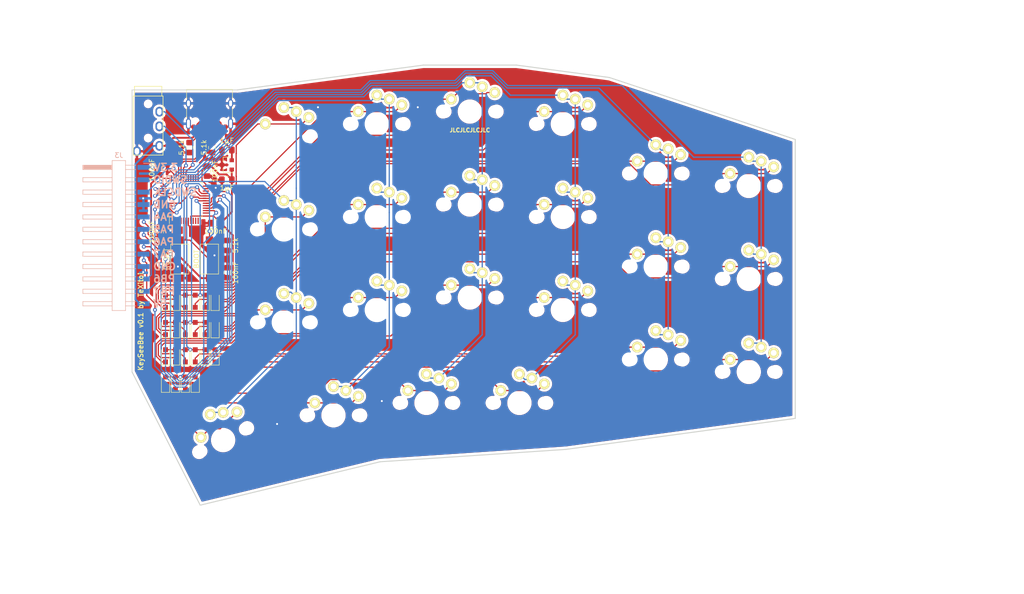
<source format=kicad_pcb>
(kicad_pcb (version 20171130) (host pcbnew 5.0.2+dfsg1-1)
  (layers (0 F.Cu signal) (31 B.Cu signal) (34 B.Paste user) (35 F.Paste user) (36 B.SilkS user) (37 F.SilkS user) (38 B.Mask user) (39 F.Mask user) (44 Edge.Cuts user))
  (net 0 "")
  (net 1 GND)
  (net 2 D+)
  (net 3 "Net-(J1-PadB5)")
  (net 4 "Net-(J1-PadA8)")
  (net 5 D-)
  (net 6 "Net-(J1-PadA5)")
  (net 7 "Net-(J1-PadB8)")
  (net 8 5V)
  (net 9 3.3V)
  (net 10 SWDIO)
  (net 11 SWDCLK)
  (net 12 PA4)
  (net 13 PA5)
  (net 14 PA6)
  (net 15 PA7)
  (net 16 PB6)
  (net 17 PB7)
  (net 18 TX)
  (net 19 RX)
  (net 20 COL4)
  (net 21 COL5)
  (net 22 COL2)
  (net 23 COL6)
  (net 24 COL3)
  (net 25 COL1)
  (net 26 "Net-(R1-Pad1)")
  (net 27 VBAT)
  (net 28 "Net-(U1-Pad2)")
  (net 29 "Net-(U1-Pad3)")
  (net 30 "Net-(U1-Pad4)")
  (net 31 "Net-(U1-Pad5)")
  (net 32 "Net-(U1-Pad6)")
  (net 33 "Net-(C1-Pad2)")
  (net 34 "Net-(U1-Pad10)")
  (net 35 "Net-(U1-Pad11)")
  (net 36 "Net-(U1-Pad12)")
  (net 37 "Net-(U1-Pad13)")
  (net 38 ROW1)
  (net 39 ROW2)
  (net 40 ROW3)
  (net 41 ROW4)
  (net 42 "Net-(U1-Pad22)")
  (net 43 "Net-(U1-Pad26)")
  (net 44 "Net-(U1-Pad27)")
  (net 45 "Net-(U1-Pad28)")
  (net 46 "Net-(U1-Pad29)")
  (net 47 "Net-(D5-Pad1)")
  (net 48 "Net-(D6-Pad1)")
  (net 49 "Net-(D7-Pad1)")
  (net 50 "Net-(D26-Pad1)")
  (net 51 "Net-(D36-Pad1)")
  (net 52 "Net-(D35-Pad1)")
  (net 53 "Net-(D34-Pad1)")
  (net 54 "Net-(D33-Pad1)")
  (net 55 "Net-(D25-Pad1)")
  (net 56 "Net-(D24-Pad1)")
  (net 57 "Net-(D23-Pad1)")
  (net 58 "Net-(D21-Pad1)")
  (net 59 "Net-(D20-Pad1)")
  (net 60 "Net-(D19-Pad1)")
  (net 61 "Net-(D16-Pad1)")
  (net 62 "Net-(D14-Pad1)")
  (net 63 "Net-(D12-Pad1)")
  (net 64 "Net-(D11-Pad1)")
  (net 65 "Net-(D10-Pad1)")
  (net 66 "Net-(D15-Pad1)")
  (net 67 "Net-(D9-Pad1)")
  (net 68 "Net-(D17-Pad1)")
  (module custom:CherryMX_Choc_1u (layer F.Cu) (at 99.568 136.652 26.5)
    (fp_text reference SW15 hide)
    (fp_text value SW_Push hide)
    (pad "" np_thru_hole circle (at -5.08 0 26.5) (size 1.7 1.7) (drill 1.7) (layers *.Cu *.Mask))
    (pad "" np_thru_hole circle (at 5.08 0 26.5) (size 1.7 1.7) (drill 1.7) (layers *.Cu *.Mask))
    (pad 1 thru_hole circle (at -3.81 -2.54 76.5) (size 2.2 2.2) (drill 1.2) (layers *.Cu F.SilkS B.Mask) (net 68 "Net-(D17-Pad1)"))
    (pad 2 thru_hole circle (at 2.54 -5.08 26.5) (size 2.2 2.2) (drill 1.2) (layers *.Cu F.SilkS B.Mask) (net 23 COL6))
    (pad 2 thru_hole circle (at 0 -5.9 116.5) (size 2.2 2.2) (drill 1.2) (layers *.Cu F.SilkS B.Mask) (net 23 COL6))
    (pad "" np_thru_hole circle (at 5.5 0 116.5) (size 1.9 1.9) (drill 1.9) (layers *.Cu *.Mask))
    (pad "" np_thru_hole circle (at -5.5 0 116.5) (size 1.9 1.9) (drill 1.9) (layers *.Cu *.Mask))
    (pad "" np_thru_hole circle (at 0 0 116.5) (size 4 4) (drill 4) (layers *.Cu *.Mask))
    (pad 1 thru_hole circle (at 5.1 -3.9 336.5) (size 2.2 2.2) (drill 1.2) (layers *.Cu F.SilkS B.Mask) (net 68 "Net-(D17-Pad1)"))
  )
  (module custom:CherryMX_Choc_1u (layer F.Cu) (at 207.264 84.582)
    (fp_text reference SW3 hide)
    (fp_text value SW_Push hide)
    (pad 1 thru_hole circle (at 5.1 -3.9 310) (size 2.2 2.2) (drill 1.2) (layers *.Cu F.SilkS B.Mask) (net 47 "Net-(D5-Pad1)"))
    (pad "" np_thru_hole circle (at 0 0 90) (size 4 4) (drill 4) (layers *.Cu *.Mask))
    (pad "" np_thru_hole circle (at -5.5 0 90) (size 1.9 1.9) (drill 1.9) (layers *.Cu *.Mask))
    (pad "" np_thru_hole circle (at 5.5 0 90) (size 1.9 1.9) (drill 1.9) (layers *.Cu *.Mask))
    (pad 2 thru_hole circle (at 0 -5.9 90) (size 2.2 2.2) (drill 1.2) (layers *.Cu F.SilkS B.Mask) (net 25 COL1))
    (pad 2 thru_hole circle (at 2.54 -5.08) (size 2.2 2.2) (drill 1.2) (layers *.Cu F.SilkS B.Mask) (net 25 COL1))
    (pad 1 thru_hole circle (at -3.81 -2.54 50) (size 2.2 2.2) (drill 1.2) (layers *.Cu F.SilkS B.Mask) (net 47 "Net-(D5-Pad1)"))
    (pad "" np_thru_hole circle (at 5.08 0) (size 1.7 1.7) (drill 1.7) (layers *.Cu *.Mask))
    (pad "" np_thru_hole circle (at -5.08 0) (size 1.7 1.7) (drill 1.7) (layers *.Cu *.Mask))
  )
  (module custom:CherryMX_Choc_1u (layer F.Cu) (at 207.264 103.632)
    (fp_text reference SW4 hide)
    (fp_text value SW_Push hide)
    (pad "" np_thru_hole circle (at -5.08 0) (size 1.7 1.7) (drill 1.7) (layers *.Cu *.Mask))
    (pad "" np_thru_hole circle (at 5.08 0) (size 1.7 1.7) (drill 1.7) (layers *.Cu *.Mask))
    (pad 1 thru_hole circle (at -3.81 -2.54 50) (size 2.2 2.2) (drill 1.2) (layers *.Cu F.SilkS B.Mask) (net 48 "Net-(D6-Pad1)"))
    (pad 2 thru_hole circle (at 2.54 -5.08) (size 2.2 2.2) (drill 1.2) (layers *.Cu F.SilkS B.Mask) (net 25 COL1))
    (pad 2 thru_hole circle (at 0 -5.9 90) (size 2.2 2.2) (drill 1.2) (layers *.Cu F.SilkS B.Mask) (net 25 COL1))
    (pad "" np_thru_hole circle (at 5.5 0 90) (size 1.9 1.9) (drill 1.9) (layers *.Cu *.Mask))
    (pad "" np_thru_hole circle (at -5.5 0 90) (size 1.9 1.9) (drill 1.9) (layers *.Cu *.Mask))
    (pad "" np_thru_hole circle (at 0 0 90) (size 4 4) (drill 4) (layers *.Cu *.Mask))
    (pad 1 thru_hole circle (at 5.1 -3.9 310) (size 2.2 2.2) (drill 1.2) (layers *.Cu F.SilkS B.Mask) (net 48 "Net-(D6-Pad1)"))
  )
  (module custom:CherryMX_Choc_1u (layer F.Cu) (at 207.264 122.682)
    (fp_text reference SW5 hide)
    (fp_text value SW_Push hide)
    (pad 1 thru_hole circle (at 5.1 -3.9 310) (size 2.2 2.2) (drill 1.2) (layers *.Cu F.SilkS B.Mask) (net 49 "Net-(D7-Pad1)"))
    (pad "" np_thru_hole circle (at 0 0 90) (size 4 4) (drill 4) (layers *.Cu *.Mask))
    (pad "" np_thru_hole circle (at -5.5 0 90) (size 1.9 1.9) (drill 1.9) (layers *.Cu *.Mask))
    (pad "" np_thru_hole circle (at 5.5 0 90) (size 1.9 1.9) (drill 1.9) (layers *.Cu *.Mask))
    (pad 2 thru_hole circle (at 0 -5.9 90) (size 2.2 2.2) (drill 1.2) (layers *.Cu F.SilkS B.Mask) (net 25 COL1))
    (pad 2 thru_hole circle (at 2.54 -5.08) (size 2.2 2.2) (drill 1.2) (layers *.Cu F.SilkS B.Mask) (net 25 COL1))
    (pad 1 thru_hole circle (at -3.81 -2.54 50) (size 2.2 2.2) (drill 1.2) (layers *.Cu F.SilkS B.Mask) (net 49 "Net-(D7-Pad1)"))
    (pad "" np_thru_hole circle (at 5.08 0) (size 1.7 1.7) (drill 1.7) (layers *.Cu *.Mask))
    (pad "" np_thru_hole circle (at -5.08 0) (size 1.7 1.7) (drill 1.7) (layers *.Cu *.Mask))
  )
  (module custom:CherryMX_Choc_1u (layer F.Cu) (at 169.164 71.882)
    (fp_text reference SW7 hide)
    (fp_text value SW_Push hide)
    (pad "" np_thru_hole circle (at -5.08 0) (size 1.7 1.7) (drill 1.7) (layers *.Cu *.Mask))
    (pad "" np_thru_hole circle (at 5.08 0) (size 1.7 1.7) (drill 1.7) (layers *.Cu *.Mask))
    (pad 1 thru_hole circle (at -3.81 -2.54 50) (size 2.2 2.2) (drill 1.2) (layers *.Cu F.SilkS B.Mask) (net 67 "Net-(D9-Pad1)"))
    (pad 2 thru_hole circle (at 2.54 -5.08) (size 2.2 2.2) (drill 1.2) (layers *.Cu F.SilkS B.Mask) (net 24 COL3))
    (pad 2 thru_hole circle (at 0 -5.9 90) (size 2.2 2.2) (drill 1.2) (layers *.Cu F.SilkS B.Mask) (net 24 COL3))
    (pad "" np_thru_hole circle (at 5.5 0 90) (size 1.9 1.9) (drill 1.9) (layers *.Cu *.Mask))
    (pad "" np_thru_hole circle (at -5.5 0 90) (size 1.9 1.9) (drill 1.9) (layers *.Cu *.Mask))
    (pad "" np_thru_hole circle (at 0 0 90) (size 4 4) (drill 4) (layers *.Cu *.Mask))
    (pad 1 thru_hole circle (at 5.1 -3.9 310) (size 2.2 2.2) (drill 1.2) (layers *.Cu F.SilkS B.Mask) (net 67 "Net-(D9-Pad1)"))
  )
  (module custom:CherryMX_Choc_1u (layer F.Cu) (at 112.014 93.472)
    (fp_text reference SW13 hide)
    (fp_text value SW_Push hide)
    (pad 1 thru_hole circle (at 5.1 -3.9 310) (size 2.2 2.2) (drill 1.2) (layers *.Cu F.SilkS B.Mask) (net 66 "Net-(D15-Pad1)"))
    (pad "" np_thru_hole circle (at 0 0 90) (size 4 4) (drill 4) (layers *.Cu *.Mask))
    (pad "" np_thru_hole circle (at -5.5 0 90) (size 1.9 1.9) (drill 1.9) (layers *.Cu *.Mask))
    (pad "" np_thru_hole circle (at 5.5 0 90) (size 1.9 1.9) (drill 1.9) (layers *.Cu *.Mask))
    (pad 2 thru_hole circle (at 0 -5.9 90) (size 2.2 2.2) (drill 1.2) (layers *.Cu F.SilkS B.Mask) (net 23 COL6))
    (pad 2 thru_hole circle (at 2.54 -5.08) (size 2.2 2.2) (drill 1.2) (layers *.Cu F.SilkS B.Mask) (net 23 COL6))
    (pad 1 thru_hole circle (at -3.81 -2.54 50) (size 2.2 2.2) (drill 1.2) (layers *.Cu F.SilkS B.Mask) (net 66 "Net-(D15-Pad1)"))
    (pad "" np_thru_hole circle (at 5.08 0) (size 1.7 1.7) (drill 1.7) (layers *.Cu *.Mask))
    (pad "" np_thru_hole circle (at -5.08 0) (size 1.7 1.7) (drill 1.7) (layers *.Cu *.Mask))
  )
  (module custom:CherryMX_Choc_1u (layer F.Cu) (at 169.164 90.932)
    (fp_text reference SW8 hide)
    (fp_text value SW_Push hide)
    (pad "" np_thru_hole circle (at -5.08 0) (size 1.7 1.7) (drill 1.7) (layers *.Cu *.Mask))
    (pad "" np_thru_hole circle (at 5.08 0) (size 1.7 1.7) (drill 1.7) (layers *.Cu *.Mask))
    (pad 1 thru_hole circle (at -3.81 -2.54 50) (size 2.2 2.2) (drill 1.2) (layers *.Cu F.SilkS B.Mask) (net 65 "Net-(D10-Pad1)"))
    (pad 2 thru_hole circle (at 2.54 -5.08) (size 2.2 2.2) (drill 1.2) (layers *.Cu F.SilkS B.Mask) (net 24 COL3))
    (pad 2 thru_hole circle (at 0 -5.9 90) (size 2.2 2.2) (drill 1.2) (layers *.Cu F.SilkS B.Mask) (net 24 COL3))
    (pad "" np_thru_hole circle (at 5.5 0 90) (size 1.9 1.9) (drill 1.9) (layers *.Cu *.Mask))
    (pad "" np_thru_hole circle (at -5.5 0 90) (size 1.9 1.9) (drill 1.9) (layers *.Cu *.Mask))
    (pad "" np_thru_hole circle (at 0 0 90) (size 4 4) (drill 4) (layers *.Cu *.Mask))
    (pad 1 thru_hole circle (at 5.1 -3.9 310) (size 2.2 2.2) (drill 1.2) (layers *.Cu F.SilkS B.Mask) (net 65 "Net-(D10-Pad1)"))
  )
  (module custom:CherryMX_Choc_1u (layer F.Cu) (at 169.164 109.982)
    (fp_text reference SW9 hide)
    (fp_text value SW_Push hide)
    (pad 1 thru_hole circle (at 5.1 -3.9 310) (size 2.2 2.2) (drill 1.2) (layers *.Cu F.SilkS B.Mask) (net 64 "Net-(D11-Pad1)"))
    (pad "" np_thru_hole circle (at 0 0 90) (size 4 4) (drill 4) (layers *.Cu *.Mask))
    (pad "" np_thru_hole circle (at -5.5 0 90) (size 1.9 1.9) (drill 1.9) (layers *.Cu *.Mask))
    (pad "" np_thru_hole circle (at 5.5 0 90) (size 1.9 1.9) (drill 1.9) (layers *.Cu *.Mask))
    (pad 2 thru_hole circle (at 0 -5.9 90) (size 2.2 2.2) (drill 1.2) (layers *.Cu F.SilkS B.Mask) (net 24 COL3))
    (pad 2 thru_hole circle (at 2.54 -5.08) (size 2.2 2.2) (drill 1.2) (layers *.Cu F.SilkS B.Mask) (net 24 COL3))
    (pad 1 thru_hole circle (at -3.81 -2.54 50) (size 2.2 2.2) (drill 1.2) (layers *.Cu F.SilkS B.Mask) (net 64 "Net-(D11-Pad1)"))
    (pad "" np_thru_hole circle (at 5.08 0) (size 1.7 1.7) (drill 1.7) (layers *.Cu *.Mask))
    (pad "" np_thru_hole circle (at -5.08 0) (size 1.7 1.7) (drill 1.7) (layers *.Cu *.Mask))
  )
  (module custom:CherryMX_Choc_1u (layer F.Cu) (at 160.274 129.032)
    (fp_text reference SW10 hide)
    (fp_text value SW_Push hide)
    (pad "" np_thru_hole circle (at -5.08 0) (size 1.7 1.7) (drill 1.7) (layers *.Cu *.Mask))
    (pad "" np_thru_hole circle (at 5.08 0) (size 1.7 1.7) (drill 1.7) (layers *.Cu *.Mask))
    (pad 1 thru_hole circle (at -3.81 -2.54 50) (size 2.2 2.2) (drill 1.2) (layers *.Cu F.SilkS B.Mask) (net 63 "Net-(D12-Pad1)"))
    (pad 2 thru_hole circle (at 2.54 -5.08) (size 2.2 2.2) (drill 1.2) (layers *.Cu F.SilkS B.Mask) (net 24 COL3))
    (pad 2 thru_hole circle (at 0 -5.9 90) (size 2.2 2.2) (drill 1.2) (layers *.Cu F.SilkS B.Mask) (net 24 COL3))
    (pad "" np_thru_hole circle (at 5.5 0 90) (size 1.9 1.9) (drill 1.9) (layers *.Cu *.Mask))
    (pad "" np_thru_hole circle (at -5.5 0 90) (size 1.9 1.9) (drill 1.9) (layers *.Cu *.Mask))
    (pad "" np_thru_hole circle (at 0 0 90) (size 4 4) (drill 4) (layers *.Cu *.Mask))
    (pad 1 thru_hole circle (at 5.1 -3.9 310) (size 2.2 2.2) (drill 1.2) (layers *.Cu F.SilkS B.Mask) (net 63 "Net-(D12-Pad1)"))
  )
  (module custom:CherryMX_Choc_1u (layer F.Cu) (at 112.014 74.422)
    (fp_text reference SW12 hide)
    (fp_text value SW_Push hide)
    (pad 1 thru_hole circle (at 5.1 -3.9 310) (size 2.2 2.2) (drill 1.2) (layers *.Cu F.SilkS B.Mask) (net 62 "Net-(D14-Pad1)"))
    (pad "" np_thru_hole circle (at 0 0 90) (size 4 4) (drill 4) (layers *.Cu *.Mask))
    (pad "" np_thru_hole circle (at -5.5 0 90) (size 1.9 1.9) (drill 1.9) (layers *.Cu *.Mask))
    (pad "" np_thru_hole circle (at 5.5 0 90) (size 1.9 1.9) (drill 1.9) (layers *.Cu *.Mask))
    (pad 2 thru_hole circle (at 0 -5.9 90) (size 2.2 2.2) (drill 1.2) (layers *.Cu F.SilkS B.Mask) (net 23 COL6))
    (pad 2 thru_hole circle (at 2.54 -5.08) (size 2.2 2.2) (drill 1.2) (layers *.Cu F.SilkS B.Mask) (net 23 COL6))
    (pad 1 thru_hole circle (at -3.81 -2.54 50) (size 2.2 2.2) (drill 1.2) (layers *.Cu F.SilkS B.Mask) (net 62 "Net-(D14-Pad1)"))
    (pad "" np_thru_hole circle (at 5.08 0) (size 1.7 1.7) (drill 1.7) (layers *.Cu *.Mask))
    (pad "" np_thru_hole circle (at -5.08 0) (size 1.7 1.7) (drill 1.7) (layers *.Cu *.Mask))
  )
  (module custom:CherryMX_Choc_1u (layer F.Cu) (at 112.014 112.522)
    (fp_text reference SW14 hide)
    (fp_text value SW_Push hide)
    (pad "" np_thru_hole circle (at -5.08 0) (size 1.7 1.7) (drill 1.7) (layers *.Cu *.Mask))
    (pad "" np_thru_hole circle (at 5.08 0) (size 1.7 1.7) (drill 1.7) (layers *.Cu *.Mask))
    (pad 1 thru_hole circle (at -3.81 -2.54 50) (size 2.2 2.2) (drill 1.2) (layers *.Cu F.SilkS B.Mask) (net 61 "Net-(D16-Pad1)"))
    (pad 2 thru_hole circle (at 2.54 -5.08) (size 2.2 2.2) (drill 1.2) (layers *.Cu F.SilkS B.Mask) (net 23 COL6))
    (pad 2 thru_hole circle (at 0 -5.9 90) (size 2.2 2.2) (drill 1.2) (layers *.Cu F.SilkS B.Mask) (net 23 COL6))
    (pad "" np_thru_hole circle (at 5.5 0 90) (size 1.9 1.9) (drill 1.9) (layers *.Cu *.Mask))
    (pad "" np_thru_hole circle (at -5.5 0 90) (size 1.9 1.9) (drill 1.9) (layers *.Cu *.Mask))
    (pad "" np_thru_hole circle (at 0 0 90) (size 4 4) (drill 4) (layers *.Cu *.Mask))
    (pad 1 thru_hole circle (at 5.1 -3.9 310) (size 2.2 2.2) (drill 1.2) (layers *.Cu F.SilkS B.Mask) (net 61 "Net-(D16-Pad1)"))
  )
  (module custom:CherryMX_Choc_1u (layer F.Cu) (at 188.214 82.042)
    (fp_text reference SW17 hide)
    (fp_text value SW_Push hide)
    (pad 1 thru_hole circle (at 5.1 -3.9 310) (size 2.2 2.2) (drill 1.2) (layers *.Cu F.SilkS B.Mask) (net 60 "Net-(D19-Pad1)"))
    (pad "" np_thru_hole circle (at 0 0 90) (size 4 4) (drill 4) (layers *.Cu *.Mask))
    (pad "" np_thru_hole circle (at -5.5 0 90) (size 1.9 1.9) (drill 1.9) (layers *.Cu *.Mask))
    (pad "" np_thru_hole circle (at 5.5 0 90) (size 1.9 1.9) (drill 1.9) (layers *.Cu *.Mask))
    (pad 2 thru_hole circle (at 0 -5.9 90) (size 2.2 2.2) (drill 1.2) (layers *.Cu F.SilkS B.Mask) (net 22 COL2))
    (pad 2 thru_hole circle (at 2.54 -5.08) (size 2.2 2.2) (drill 1.2) (layers *.Cu F.SilkS B.Mask) (net 22 COL2))
    (pad 1 thru_hole circle (at -3.81 -2.54 50) (size 2.2 2.2) (drill 1.2) (layers *.Cu F.SilkS B.Mask) (net 60 "Net-(D19-Pad1)"))
    (pad "" np_thru_hole circle (at 5.08 0) (size 1.7 1.7) (drill 1.7) (layers *.Cu *.Mask))
    (pad "" np_thru_hole circle (at -5.08 0) (size 1.7 1.7) (drill 1.7) (layers *.Cu *.Mask))
  )
  (module custom:CherryMX_Choc_1u (layer F.Cu) (at 188.214 101.092)
    (fp_text reference SW18 hide)
    (fp_text value SW_Push hide)
    (pad "" np_thru_hole circle (at -5.08 0) (size 1.7 1.7) (drill 1.7) (layers *.Cu *.Mask))
    (pad "" np_thru_hole circle (at 5.08 0) (size 1.7 1.7) (drill 1.7) (layers *.Cu *.Mask))
    (pad 1 thru_hole circle (at -3.81 -2.54 50) (size 2.2 2.2) (drill 1.2) (layers *.Cu F.SilkS B.Mask) (net 59 "Net-(D20-Pad1)"))
    (pad 2 thru_hole circle (at 2.54 -5.08) (size 2.2 2.2) (drill 1.2) (layers *.Cu F.SilkS B.Mask) (net 22 COL2))
    (pad 2 thru_hole circle (at 0 -5.9 90) (size 2.2 2.2) (drill 1.2) (layers *.Cu F.SilkS B.Mask) (net 22 COL2))
    (pad "" np_thru_hole circle (at 5.5 0 90) (size 1.9 1.9) (drill 1.9) (layers *.Cu *.Mask))
    (pad "" np_thru_hole circle (at -5.5 0 90) (size 1.9 1.9) (drill 1.9) (layers *.Cu *.Mask))
    (pad "" np_thru_hole circle (at 0 0 90) (size 4 4) (drill 4) (layers *.Cu *.Mask))
    (pad 1 thru_hole circle (at 5.1 -3.9 310) (size 2.2 2.2) (drill 1.2) (layers *.Cu F.SilkS B.Mask) (net 59 "Net-(D20-Pad1)"))
  )
  (module custom:CherryMX_Choc_1u (layer F.Cu) (at 188.214 120.142)
    (fp_text reference SW19 hide)
    (fp_text value SW_Push hide)
    (pad 1 thru_hole circle (at 5.1 -3.9 310) (size 2.2 2.2) (drill 1.2) (layers *.Cu F.SilkS B.Mask) (net 58 "Net-(D21-Pad1)"))
    (pad "" np_thru_hole circle (at 0 0 90) (size 4 4) (drill 4) (layers *.Cu *.Mask))
    (pad "" np_thru_hole circle (at -5.5 0 90) (size 1.9 1.9) (drill 1.9) (layers *.Cu *.Mask))
    (pad "" np_thru_hole circle (at 5.5 0 90) (size 1.9 1.9) (drill 1.9) (layers *.Cu *.Mask))
    (pad 2 thru_hole circle (at 0 -5.9 90) (size 2.2 2.2) (drill 1.2) (layers *.Cu F.SilkS B.Mask) (net 22 COL2))
    (pad 2 thru_hole circle (at 2.54 -5.08) (size 2.2 2.2) (drill 1.2) (layers *.Cu F.SilkS B.Mask) (net 22 COL2))
    (pad 1 thru_hole circle (at -3.81 -2.54 50) (size 2.2 2.2) (drill 1.2) (layers *.Cu F.SilkS B.Mask) (net 58 "Net-(D21-Pad1)"))
    (pad "" np_thru_hole circle (at 5.08 0) (size 1.7 1.7) (drill 1.7) (layers *.Cu *.Mask))
    (pad "" np_thru_hole circle (at -5.08 0) (size 1.7 1.7) (drill 1.7) (layers *.Cu *.Mask))
  )
  (module custom:CherryMX_Choc_1u (layer F.Cu) (at 150.114 69.342)
    (fp_text reference SW21 hide)
    (fp_text value SW_Push hide)
    (pad "" np_thru_hole circle (at -5.08 0) (size 1.7 1.7) (drill 1.7) (layers *.Cu *.Mask))
    (pad "" np_thru_hole circle (at 5.08 0) (size 1.7 1.7) (drill 1.7) (layers *.Cu *.Mask))
    (pad 1 thru_hole circle (at -3.81 -2.54 50) (size 2.2 2.2) (drill 1.2) (layers *.Cu F.SilkS B.Mask) (net 57 "Net-(D23-Pad1)"))
    (pad 2 thru_hole circle (at 2.54 -5.08) (size 2.2 2.2) (drill 1.2) (layers *.Cu F.SilkS B.Mask) (net 20 COL4))
    (pad 2 thru_hole circle (at 0 -5.9 90) (size 2.2 2.2) (drill 1.2) (layers *.Cu F.SilkS B.Mask) (net 20 COL4))
    (pad "" np_thru_hole circle (at 5.5 0 90) (size 1.9 1.9) (drill 1.9) (layers *.Cu *.Mask))
    (pad "" np_thru_hole circle (at -5.5 0 90) (size 1.9 1.9) (drill 1.9) (layers *.Cu *.Mask))
    (pad "" np_thru_hole circle (at 0 0 90) (size 4 4) (drill 4) (layers *.Cu *.Mask))
    (pad 1 thru_hole circle (at 5.1 -3.9 310) (size 2.2 2.2) (drill 1.2) (layers *.Cu F.SilkS B.Mask) (net 57 "Net-(D23-Pad1)"))
  )
  (module custom:CherryMX_Choc_1u (layer F.Cu) (at 150.114 88.392)
    (fp_text reference SW22 hide)
    (fp_text value SW_Push hide)
    (pad 1 thru_hole circle (at 5.1 -3.9 310) (size 2.2 2.2) (drill 1.2) (layers *.Cu F.SilkS B.Mask) (net 56 "Net-(D24-Pad1)"))
    (pad "" np_thru_hole circle (at 0 0 90) (size 4 4) (drill 4) (layers *.Cu *.Mask))
    (pad "" np_thru_hole circle (at -5.5 0 90) (size 1.9 1.9) (drill 1.9) (layers *.Cu *.Mask))
    (pad "" np_thru_hole circle (at 5.5 0 90) (size 1.9 1.9) (drill 1.9) (layers *.Cu *.Mask))
    (pad 2 thru_hole circle (at 0 -5.9 90) (size 2.2 2.2) (drill 1.2) (layers *.Cu F.SilkS B.Mask) (net 20 COL4))
    (pad 2 thru_hole circle (at 2.54 -5.08) (size 2.2 2.2) (drill 1.2) (layers *.Cu F.SilkS B.Mask) (net 20 COL4))
    (pad 1 thru_hole circle (at -3.81 -2.54 50) (size 2.2 2.2) (drill 1.2) (layers *.Cu F.SilkS B.Mask) (net 56 "Net-(D24-Pad1)"))
    (pad "" np_thru_hole circle (at 5.08 0) (size 1.7 1.7) (drill 1.7) (layers *.Cu *.Mask))
    (pad "" np_thru_hole circle (at -5.08 0) (size 1.7 1.7) (drill 1.7) (layers *.Cu *.Mask))
  )
  (module custom:CherryMX_Choc_1u (layer F.Cu) (at 150.114 107.442)
    (fp_text reference SW23 hide)
    (fp_text value SW_Push hide)
    (pad "" np_thru_hole circle (at -5.08 0) (size 1.7 1.7) (drill 1.7) (layers *.Cu *.Mask))
    (pad "" np_thru_hole circle (at 5.08 0) (size 1.7 1.7) (drill 1.7) (layers *.Cu *.Mask))
    (pad 1 thru_hole circle (at -3.81 -2.54 50) (size 2.2 2.2) (drill 1.2) (layers *.Cu F.SilkS B.Mask) (net 55 "Net-(D25-Pad1)"))
    (pad 2 thru_hole circle (at 2.54 -5.08) (size 2.2 2.2) (drill 1.2) (layers *.Cu F.SilkS B.Mask) (net 20 COL4))
    (pad 2 thru_hole circle (at 0 -5.9 90) (size 2.2 2.2) (drill 1.2) (layers *.Cu F.SilkS B.Mask) (net 20 COL4))
    (pad "" np_thru_hole circle (at 5.5 0 90) (size 1.9 1.9) (drill 1.9) (layers *.Cu *.Mask))
    (pad "" np_thru_hole circle (at -5.5 0 90) (size 1.9 1.9) (drill 1.9) (layers *.Cu *.Mask))
    (pad "" np_thru_hole circle (at 0 0 90) (size 4 4) (drill 4) (layers *.Cu *.Mask))
    (pad 1 thru_hole circle (at 5.1 -3.9 310) (size 2.2 2.2) (drill 1.2) (layers *.Cu F.SilkS B.Mask) (net 55 "Net-(D25-Pad1)"))
  )
  (module custom:CherryMX_Choc_1u (layer F.Cu) (at 131.064 71.882)
    (fp_text reference SW31 hide)
    (fp_text value SW_Push hide)
    (pad 1 thru_hole circle (at 5.1 -3.9 310) (size 2.2 2.2) (drill 1.2) (layers *.Cu F.SilkS B.Mask) (net 54 "Net-(D33-Pad1)"))
    (pad "" np_thru_hole circle (at 0 0 90) (size 4 4) (drill 4) (layers *.Cu *.Mask))
    (pad "" np_thru_hole circle (at -5.5 0 90) (size 1.9 1.9) (drill 1.9) (layers *.Cu *.Mask))
    (pad "" np_thru_hole circle (at 5.5 0 90) (size 1.9 1.9) (drill 1.9) (layers *.Cu *.Mask))
    (pad 2 thru_hole circle (at 0 -5.9 90) (size 2.2 2.2) (drill 1.2) (layers *.Cu F.SilkS B.Mask) (net 21 COL5))
    (pad 2 thru_hole circle (at 2.54 -5.08) (size 2.2 2.2) (drill 1.2) (layers *.Cu F.SilkS B.Mask) (net 21 COL5))
    (pad 1 thru_hole circle (at -3.81 -2.54 50) (size 2.2 2.2) (drill 1.2) (layers *.Cu F.SilkS B.Mask) (net 54 "Net-(D33-Pad1)"))
    (pad "" np_thru_hole circle (at 5.08 0) (size 1.7 1.7) (drill 1.7) (layers *.Cu *.Mask))
    (pad "" np_thru_hole circle (at -5.08 0) (size 1.7 1.7) (drill 1.7) (layers *.Cu *.Mask))
  )
  (module custom:CherryMX_Choc_1u (layer F.Cu) (at 131.064 90.932)
    (fp_text reference SW32 hide)
    (fp_text value SW_Push hide)
    (pad "" np_thru_hole circle (at -5.08 0) (size 1.7 1.7) (drill 1.7) (layers *.Cu *.Mask))
    (pad "" np_thru_hole circle (at 5.08 0) (size 1.7 1.7) (drill 1.7) (layers *.Cu *.Mask))
    (pad 1 thru_hole circle (at -3.81 -2.54 50) (size 2.2 2.2) (drill 1.2) (layers *.Cu F.SilkS B.Mask) (net 53 "Net-(D34-Pad1)"))
    (pad 2 thru_hole circle (at 2.54 -5.08) (size 2.2 2.2) (drill 1.2) (layers *.Cu F.SilkS B.Mask) (net 21 COL5))
    (pad 2 thru_hole circle (at 0 -5.9 90) (size 2.2 2.2) (drill 1.2) (layers *.Cu F.SilkS B.Mask) (net 21 COL5))
    (pad "" np_thru_hole circle (at 5.5 0 90) (size 1.9 1.9) (drill 1.9) (layers *.Cu *.Mask))
    (pad "" np_thru_hole circle (at -5.5 0 90) (size 1.9 1.9) (drill 1.9) (layers *.Cu *.Mask))
    (pad "" np_thru_hole circle (at 0 0 90) (size 4 4) (drill 4) (layers *.Cu *.Mask))
    (pad 1 thru_hole circle (at 5.1 -3.9 310) (size 2.2 2.2) (drill 1.2) (layers *.Cu F.SilkS B.Mask) (net 53 "Net-(D34-Pad1)"))
  )
  (module custom:CherryMX_Choc_1u (layer F.Cu) (at 131.064 109.982)
    (fp_text reference SW33 hide)
    (fp_text value SW_Push hide)
    (pad 1 thru_hole circle (at 5.1 -3.9 310) (size 2.2 2.2) (drill 1.2) (layers *.Cu F.SilkS B.Mask) (net 52 "Net-(D35-Pad1)"))
    (pad "" np_thru_hole circle (at 0 0 90) (size 4 4) (drill 4) (layers *.Cu *.Mask))
    (pad "" np_thru_hole circle (at -5.5 0 90) (size 1.9 1.9) (drill 1.9) (layers *.Cu *.Mask))
    (pad "" np_thru_hole circle (at 5.5 0 90) (size 1.9 1.9) (drill 1.9) (layers *.Cu *.Mask))
    (pad 2 thru_hole circle (at 0 -5.9 90) (size 2.2 2.2) (drill 1.2) (layers *.Cu F.SilkS B.Mask) (net 21 COL5))
    (pad 2 thru_hole circle (at 2.54 -5.08) (size 2.2 2.2) (drill 1.2) (layers *.Cu F.SilkS B.Mask) (net 21 COL5))
    (pad 1 thru_hole circle (at -3.81 -2.54 50) (size 2.2 2.2) (drill 1.2) (layers *.Cu F.SilkS B.Mask) (net 52 "Net-(D35-Pad1)"))
    (pad "" np_thru_hole circle (at 5.08 0) (size 1.7 1.7) (drill 1.7) (layers *.Cu *.Mask))
    (pad "" np_thru_hole circle (at -5.08 0) (size 1.7 1.7) (drill 1.7) (layers *.Cu *.Mask))
  )
  (module custom:CherryMX_Choc_1u (layer F.Cu) (at 122.174 131.572)
    (fp_text reference SW34 hide)
    (fp_text value SW_Push hide)
    (pad "" np_thru_hole circle (at -5.08 0) (size 1.7 1.7) (drill 1.7) (layers *.Cu *.Mask))
    (pad "" np_thru_hole circle (at 5.08 0) (size 1.7 1.7) (drill 1.7) (layers *.Cu *.Mask))
    (pad 1 thru_hole circle (at -3.81 -2.54 50) (size 2.2 2.2) (drill 1.2) (layers *.Cu F.SilkS B.Mask) (net 51 "Net-(D36-Pad1)"))
    (pad 2 thru_hole circle (at 2.54 -5.08) (size 2.2 2.2) (drill 1.2) (layers *.Cu F.SilkS B.Mask) (net 21 COL5))
    (pad 2 thru_hole circle (at 0 -5.9 90) (size 2.2 2.2) (drill 1.2) (layers *.Cu F.SilkS B.Mask) (net 21 COL5))
    (pad "" np_thru_hole circle (at 5.5 0 90) (size 1.9 1.9) (drill 1.9) (layers *.Cu *.Mask))
    (pad "" np_thru_hole circle (at -5.5 0 90) (size 1.9 1.9) (drill 1.9) (layers *.Cu *.Mask))
    (pad "" np_thru_hole circle (at 0 0 90) (size 4 4) (drill 4) (layers *.Cu *.Mask))
    (pad 1 thru_hole circle (at 5.1 -3.9 310) (size 2.2 2.2) (drill 1.2) (layers *.Cu F.SilkS B.Mask) (net 51 "Net-(D36-Pad1)"))
  )
  (module custom:CherryMX_Choc_1u (layer F.Cu) (at 141.224 129.032)
    (fp_text reference SW24 hide)
    (fp_text value SW_Push hide)
    (pad 1 thru_hole circle (at 5.1 -3.9 310) (size 2.2 2.2) (drill 1.2) (layers *.Cu F.SilkS B.Mask) (net 50 "Net-(D26-Pad1)"))
    (pad "" np_thru_hole circle (at 0 0 90) (size 4 4) (drill 4) (layers *.Cu *.Mask))
    (pad "" np_thru_hole circle (at -5.5 0 90) (size 1.9 1.9) (drill 1.9) (layers *.Cu *.Mask))
    (pad "" np_thru_hole circle (at 5.5 0 90) (size 1.9 1.9) (drill 1.9) (layers *.Cu *.Mask))
    (pad 2 thru_hole circle (at 0 -5.9 90) (size 2.2 2.2) (drill 1.2) (layers *.Cu F.SilkS B.Mask) (net 20 COL4))
    (pad 2 thru_hole circle (at 2.54 -5.08) (size 2.2 2.2) (drill 1.2) (layers *.Cu F.SilkS B.Mask) (net 20 COL4))
    (pad 1 thru_hole circle (at -3.81 -2.54 50) (size 2.2 2.2) (drill 1.2) (layers *.Cu F.SilkS B.Mask) (net 50 "Net-(D26-Pad1)"))
    (pad "" np_thru_hole circle (at 5.08 0) (size 1.7 1.7) (drill 1.7) (layers *.Cu *.Mask))
    (pad "" np_thru_hole circle (at -5.08 0) (size 1.7 1.7) (drill 1.7) (layers *.Cu *.Mask))
  )
  (module Button_Switch_SMD:SW_SPST_CK_RS282G05A3 (layer F.Cu) (at 90.678 99.568 90)
    (fp_text reference SW2 hide)
    (fp_text value RESET (at 0 -2.667 90) (layer F.SilkS))
    (pad 2 smd rect (at 3.9 0 90) (size 1.5 1.5) (layers F.Cu F.Paste F.Mask) (net 33 "Net-(C1-Pad2)"))
    (pad 1 smd rect (at -3.9 0 90) (size 1.5 1.5) (layers F.Cu F.Paste F.Mask) (net 1 GND))
  )
  (module Button_Switch_SMD:SW_SPST_CK_RS282G05A3 (layer F.Cu) (at 96.774 99.568 270)
    (fp_text reference SW1 hide)
    (fp_text value BOOT (at 0 2.667 270) (layer F.SilkS))
    (pad 1 smd rect (at -3.9 0 270) (size 1.5 1.5) (layers F.Cu F.Paste F.Mask) (net 26 "Net-(R1-Pad1)"))
    (pad 2 smd rect (at 3.9 0 270) (size 1.5 1.5) (layers F.Cu F.Paste F.Mask) (net 9 3.3V))
  )
  (module Capacitor_SMD:C_0805_2012Metric_Pad1.15x1.40mm_HandSolder (layer F.Cu) (at 100.457 102.362 270)
    (fp_text reference C1 hide)
    (fp_text value 100nF (at 0 -1.651 270) (layer F.SilkS))
    (pad 1 smd roundrect (at -1.025 0 270) (size 1.15 1.4) (layers F.Cu F.Paste F.Mask) (roundrect_rratio 0.217391) (net 1 GND))
    (pad 2 smd roundrect (at 1.025 0 270) (size 1.15 1.4) (layers F.Cu F.Paste F.Mask) (roundrect_rratio 0.217391) (net 33 "Net-(C1-Pad2)"))
  )
  (module Capacitor_SMD:C_0805_2012Metric_Pad1.15x1.40mm_HandSolder (layer F.Cu) (at 86.614 81.28 270)
    (fp_text reference C2 hide)
    (fp_text value 100nF (at 0 1.65 270) (layer F.SilkS))
    (pad 2 smd roundrect (at 1.025 0 270) (size 1.15 1.4) (layers F.Cu F.Paste F.Mask) (roundrect_rratio 0.217391) (net 9 3.3V))
    (pad 1 smd roundrect (at -1.025 0 270) (size 1.15 1.4) (layers F.Cu F.Paste F.Mask) (roundrect_rratio 0.217391) (net 1 GND))
  )
  (module Capacitor_SMD:C_0805_2012Metric_Pad1.15x1.40mm_HandSolder (layer F.Cu) (at 96.266 81.534 90)
    (fp_text reference C3 hide)
    (fp_text value 100nF (at 0 1.651 90) (layer F.SilkS))
    (pad 1 smd roundrect (at -1.025 0 90) (size 1.15 1.4) (layers F.Cu F.Paste F.Mask) (roundrect_rratio 0.217391) (net 1 GND))
    (pad 2 smd roundrect (at 1.025 0 90) (size 1.15 1.4) (layers F.Cu F.Paste F.Mask) (roundrect_rratio 0.217391) (net 9 3.3V))
  )
  (module Capacitor_SMD:C_0805_2012Metric_Pad1.15x1.40mm_HandSolder (layer F.Cu) (at 98.044 92.202)
    (fp_text reference C4 hide)
    (fp_text value 100nF (at 0 1.65) (layer F.SilkS))
    (pad 2 smd roundrect (at 1.025 0) (size 1.15 1.4) (layers F.Cu F.Paste F.Mask) (roundrect_rratio 0.217391) (net 9 3.3V))
    (pad 1 smd roundrect (at -1.025 0) (size 1.15 1.4) (layers F.Cu F.Paste F.Mask) (roundrect_rratio 0.217391) (net 1 GND))
  )
  (module Capacitor_SMD:C_0805_2012Metric_Pad1.15x1.40mm_HandSolder (layer F.Cu) (at 86.614 93.98 270)
    (fp_text reference C5 hide)
    (fp_text value 100nF (at 0 1.65 270) (layer F.SilkS))
    (pad 1 smd roundrect (at -1.025 0 270) (size 1.15 1.4) (layers F.Cu F.Paste F.Mask) (roundrect_rratio 0.217391) (net 1 GND))
    (pad 2 smd roundrect (at 1.025 0 270) (size 1.15 1.4) (layers F.Cu F.Paste F.Mask) (roundrect_rratio 0.217391) (net 9 3.3V))
  )
  (module Capacitor_SMD:C_0805_2012Metric_Pad1.15x1.40mm_HandSolder (layer F.Cu) (at 100.33 83.312)
    (fp_text reference C6 hide)
    (fp_text value 1µF (at 0 1.65) (layer F.SilkS))
    (pad 2 smd roundrect (at 1.025 0) (size 1.15 1.4) (layers F.Cu F.Paste F.Mask) (roundrect_rratio 0.217391) (net 9 3.3V))
    (pad 1 smd roundrect (at -1.025 0) (size 1.15 1.4) (layers F.Cu F.Paste F.Mask) (roundrect_rratio 0.217391) (net 1 GND))
  )
  (module Capacitor_SMD:C_0805_2012Metric_Pad1.15x1.40mm_HandSolder (layer F.Cu) (at 100.33 77.216)
    (fp_text reference C7 hide)
    (fp_text value 1µF (at 0 -1.905) (layer F.SilkS))
    (pad 1 smd roundrect (at -1.025 0) (size 1.15 1.4) (layers F.Cu F.Paste F.Mask) (roundrect_rratio 0.217391) (net 1 GND))
    (pad 2 smd roundrect (at 1.025 0) (size 1.15 1.4) (layers F.Cu F.Paste F.Mask) (roundrect_rratio 0.217391) (net 8 5V))
  )
  (module Diode_SMD:D_SOD-323_HandSoldering (layer F.Cu) (at 87.757 124.968 90)
    (fp_text reference D17 hide)
    (fp_text value D4.6)
    (pad 2 smd rect (at 1.25 0 90) (size 1 1) (layers F.Cu F.Paste F.Mask) (net 41 ROW4))
    (pad 1 smd rect (at -1.25 0 90) (size 1 1) (layers F.Cu F.Paste F.Mask) (net 68 "Net-(D17-Pad1)"))
  )
  (module Diode_SMD:D_SOD-323_HandSoldering (layer F.Cu) (at 87.757 113.792 90)
    (fp_text reference D15 hide)
    (fp_text value D2.6)
    (pad 1 smd rect (at -1.25 0 90) (size 1 1) (layers F.Cu F.Paste F.Mask) (net 66 "Net-(D15-Pad1)"))
    (pad 2 smd rect (at 1.25 0 90) (size 1 1) (layers F.Cu F.Paste F.Mask) (net 39 ROW2))
  )
  (module Diode_SMD:D_SOD-323_HandSoldering (layer F.Cu) (at 87.757 108.204 90)
    (fp_text reference D14 hide)
    (fp_text value D1.6)
    (pad 2 smd rect (at 1.25 0 90) (size 1 1) (layers F.Cu F.Paste F.Mask) (net 38 ROW1))
    (pad 1 smd rect (at -1.25 0 90) (size 1 1) (layers F.Cu F.Paste F.Mask) (net 62 "Net-(D14-Pad1)"))
  )
  (module Diode_SMD:D_SOD-323_HandSoldering (layer F.Cu) (at 93.853 124.968 90)
    (fp_text reference D12 hide)
    (fp_text value D4.3)
    (pad 1 smd rect (at -1.25 0 90) (size 1 1) (layers F.Cu F.Paste F.Mask) (net 63 "Net-(D12-Pad1)"))
    (pad 2 smd rect (at 1.25 0 90) (size 1 1) (layers F.Cu F.Paste F.Mask) (net 41 ROW4))
  )
  (module Diode_SMD:D_SOD-323_HandSoldering (layer F.Cu) (at 93.853 119.38 90)
    (fp_text reference D11 hide)
    (fp_text value D3.3)
    (pad 2 smd rect (at 1.25 0 90) (size 1 1) (layers F.Cu F.Paste F.Mask) (net 40 ROW3))
    (pad 1 smd rect (at -1.25 0 90) (size 1 1) (layers F.Cu F.Paste F.Mask) (net 64 "Net-(D11-Pad1)"))
  )
  (module Diode_SMD:D_SOD-323_HandSoldering (layer F.Cu) (at 93.853 113.792 90)
    (fp_text reference D10 hide)
    (fp_text value D2.3)
    (pad 1 smd rect (at -1.25 0 90) (size 1 1) (layers F.Cu F.Paste F.Mask) (net 65 "Net-(D10-Pad1)"))
    (pad 2 smd rect (at 1.25 0 90) (size 1 1) (layers F.Cu F.Paste F.Mask) (net 39 ROW2))
  )
  (module Diode_SMD:D_SOD-323_HandSoldering (layer F.Cu) (at 93.853 108.204 90)
    (fp_text reference D9 hide)
    (fp_text value D1.3)
    (pad 2 smd rect (at 1.25 0 90) (size 1 1) (layers F.Cu F.Paste F.Mask) (net 38 ROW1))
    (pad 1 smd rect (at -1.25 0 90) (size 1 1) (layers F.Cu F.Paste F.Mask) (net 67 "Net-(D9-Pad1)"))
  )
  (module Diode_SMD:D_SOD-323_HandSoldering (layer F.Cu) (at 97.917 119.38 90)
    (fp_text reference D7 hide)
    (fp_text value D3.1)
    (pad 1 smd rect (at -1.25 0 90) (size 1 1) (layers F.Cu F.Paste F.Mask) (net 49 "Net-(D7-Pad1)"))
    (pad 2 smd rect (at 1.25 0 90) (size 1 1) (layers F.Cu F.Paste F.Mask) (net 40 ROW3))
  )
  (module Diode_SMD:D_SOD-323_HandSoldering (layer F.Cu) (at 97.917 113.792 90)
    (fp_text reference D6 hide)
    (fp_text value D2.1)
    (pad 2 smd rect (at 1.25 0 90) (size 1 1) (layers F.Cu F.Paste F.Mask) (net 39 ROW2))
    (pad 1 smd rect (at -1.25 0 90) (size 1 1) (layers F.Cu F.Paste F.Mask) (net 48 "Net-(D6-Pad1)"))
  )
  (module Diode_SMD:D_SOD-323_HandSoldering (layer F.Cu) (at 97.917 108.204 90)
    (fp_text reference D5 hide)
    (fp_text value D1.1)
    (pad 1 smd rect (at -1.25 0 90) (size 1 1) (layers F.Cu F.Paste F.Mask) (net 47 "Net-(D5-Pad1)"))
    (pad 2 smd rect (at 1.25 0 90) (size 1 1) (layers F.Cu F.Paste F.Mask) (net 38 ROW1))
  )
  (module Diode_SMD:D_SOD-323_HandSoldering (layer F.Cu) (at 87.757 119.38 90)
    (fp_text reference D16 hide)
    (fp_text value D3.6)
    (pad 2 smd rect (at 1.25 0 90) (size 1 1) (layers F.Cu F.Paste F.Mask) (net 40 ROW3))
    (pad 1 smd rect (at -1.25 0 90) (size 1 1) (layers F.Cu F.Paste F.Mask) (net 61 "Net-(D16-Pad1)"))
  )
  (module Diode_SMD:D_SOD-323_HandSoldering (layer F.Cu) (at 95.885 113.792 90)
    (fp_text reference D20 hide)
    (fp_text value D2.2)
    (pad 1 smd rect (at -1.25 0 90) (size 1 1) (layers F.Cu F.Paste F.Mask) (net 59 "Net-(D20-Pad1)"))
    (pad 2 smd rect (at 1.25 0 90) (size 1 1) (layers F.Cu F.Paste F.Mask) (net 39 ROW2))
  )
  (module Diode_SMD:D_SOD-323_HandSoldering (layer F.Cu) (at 89.789 124.968 90)
    (fp_text reference D36 hide)
    (fp_text value D4.5)
    (pad 2 smd rect (at 1.25 0 90) (size 1 1) (layers F.Cu F.Paste F.Mask) (net 41 ROW4))
    (pad 1 smd rect (at -1.25 0 90) (size 1 1) (layers F.Cu F.Paste F.Mask) (net 51 "Net-(D36-Pad1)"))
  )
  (module Diode_SMD:D_SOD-323_HandSoldering (layer F.Cu) (at 89.789 113.792 90)
    (fp_text reference D34 hide)
    (fp_text value D2.5)
    (pad 1 smd rect (at -1.25 0 90) (size 1 1) (layers F.Cu F.Paste F.Mask) (net 53 "Net-(D34-Pad1)"))
    (pad 2 smd rect (at 1.25 0 90) (size 1 1) (layers F.Cu F.Paste F.Mask) (net 39 ROW2))
  )
  (module Diode_SMD:D_SOD-323_HandSoldering (layer F.Cu) (at 89.789 108.204 90)
    (fp_text reference D33 hide)
    (fp_text value D1.5)
    (pad 2 smd rect (at 1.25 0 90) (size 1 1) (layers F.Cu F.Paste F.Mask) (net 38 ROW1))
    (pad 1 smd rect (at -1.25 0 90) (size 1 1) (layers F.Cu F.Paste F.Mask) (net 54 "Net-(D33-Pad1)"))
  )
  (module Diode_SMD:D_SOD-323_HandSoldering (layer F.Cu) (at 91.821 124.968 90)
    (fp_text reference D26 hide)
    (fp_text value D4.4)
    (pad 1 smd rect (at -1.25 0 90) (size 1 1) (layers F.Cu F.Paste F.Mask) (net 50 "Net-(D26-Pad1)"))
    (pad 2 smd rect (at 1.25 0 90) (size 1 1) (layers F.Cu F.Paste F.Mask) (net 41 ROW4))
  )
  (module Diode_SMD:D_SOD-323_HandSoldering (layer F.Cu) (at 91.821 119.38 90)
    (fp_text reference D25 hide)
    (fp_text value D3.4)
    (pad 2 smd rect (at 1.25 0 90) (size 1 1) (layers F.Cu F.Paste F.Mask) (net 40 ROW3))
    (pad 1 smd rect (at -1.25 0 90) (size 1 1) (layers F.Cu F.Paste F.Mask) (net 55 "Net-(D25-Pad1)"))
  )
  (module Diode_SMD:D_SOD-323_HandSoldering (layer F.Cu) (at 91.821 113.792 90)
    (fp_text reference D24 hide)
    (fp_text value D2.4)
    (pad 1 smd rect (at -1.25 0 90) (size 1 1) (layers F.Cu F.Paste F.Mask) (net 56 "Net-(D24-Pad1)"))
    (pad 2 smd rect (at 1.25 0 90) (size 1 1) (layers F.Cu F.Paste F.Mask) (net 39 ROW2))
  )
  (module Diode_SMD:D_SOD-323_HandSoldering (layer F.Cu) (at 91.821 108.204 90)
    (fp_text reference D23 hide)
    (fp_text value D1.4)
    (pad 2 smd rect (at 1.25 0 90) (size 1 1) (layers F.Cu F.Paste F.Mask) (net 38 ROW1))
    (pad 1 smd rect (at -1.25 0 90) (size 1 1) (layers F.Cu F.Paste F.Mask) (net 57 "Net-(D23-Pad1)"))
  )
  (module Diode_SMD:D_SOD-323_HandSoldering (layer F.Cu) (at 95.885 119.38 90)
    (fp_text reference D21 hide)
    (fp_text value D3.2)
    (pad 1 smd rect (at -1.25 0 90) (size 1 1) (layers F.Cu F.Paste F.Mask) (net 58 "Net-(D21-Pad1)"))
    (pad 2 smd rect (at 1.25 0 90) (size 1 1) (layers F.Cu F.Paste F.Mask) (net 40 ROW3))
  )
  (module Diode_SMD:D_SOD-323_HandSoldering (layer F.Cu) (at 95.885 108.204 90)
    (fp_text reference D19 hide)
    (fp_text value D1.2)
    (pad 2 smd rect (at 1.25 0 90) (size 1 1) (layers F.Cu F.Paste F.Mask) (net 38 ROW1))
    (pad 1 smd rect (at -1.25 0 90) (size 1 1) (layers F.Cu F.Paste F.Mask) (net 60 "Net-(D19-Pad1)"))
  )
  (module Diode_SMD:D_SOD-323_HandSoldering (layer F.Cu) (at 89.789 119.38 90)
    (fp_text reference D35 hide)
    (fp_text value D3.5)
    (pad 1 smd rect (at -1.25 0 90) (size 1 1) (layers F.Cu F.Paste F.Mask) (net 52 "Net-(D35-Pad1)"))
    (pad 2 smd rect (at 1.25 0 90) (size 1 1) (layers F.Cu F.Paste F.Mask) (net 40 ROW3))
  )
  (module Package_QFP:LQFP-48_7x7mm_P0.5mm (layer F.Cu) (at 91.694 87.376 90)
    (fp_text reference U1 hide)
    (fp_text value STM32)
    (pad 1 smd rect (at -4.35 -2.75 90) (size 1.3 0.25) (layers F.Cu F.Paste F.Mask) (net 27 VBAT))
    (pad 2 smd rect (at -4.35 -2.25 90) (size 1.3 0.25) (layers F.Cu F.Paste F.Mask) (net 28 "Net-(U1-Pad2)"))
    (pad 3 smd rect (at -4.35 -1.75 90) (size 1.3 0.25) (layers F.Cu F.Paste F.Mask) (net 29 "Net-(U1-Pad3)"))
    (pad 4 smd rect (at -4.35 -1.25 90) (size 1.3 0.25) (layers F.Cu F.Paste F.Mask) (net 30 "Net-(U1-Pad4)"))
    (pad 5 smd rect (at -4.35 -0.75 90) (size 1.3 0.25) (layers F.Cu F.Paste F.Mask) (net 31 "Net-(U1-Pad5)"))
    (pad 6 smd rect (at -4.35 -0.25 90) (size 1.3 0.25) (layers F.Cu F.Paste F.Mask) (net 32 "Net-(U1-Pad6)"))
    (pad 7 smd rect (at -4.35 0.25 90) (size 1.3 0.25) (layers F.Cu F.Paste F.Mask) (net 33 "Net-(C1-Pad2)"))
    (pad 8 smd rect (at -4.35 0.75 90) (size 1.3 0.25) (layers F.Cu F.Paste F.Mask) (net 1 GND))
    (pad 9 smd rect (at -4.35 1.25 90) (size 1.3 0.25) (layers F.Cu F.Paste F.Mask) (net 9 3.3V))
    (pad 10 smd rect (at -4.35 1.75 90) (size 1.3 0.25) (layers F.Cu F.Paste F.Mask) (net 34 "Net-(U1-Pad10)"))
    (pad 11 smd rect (at -4.35 2.25 90) (size 1.3 0.25) (layers F.Cu F.Paste F.Mask) (net 35 "Net-(U1-Pad11)"))
    (pad 12 smd rect (at -4.35 2.75 90) (size 1.3 0.25) (layers F.Cu F.Paste F.Mask) (net 36 "Net-(U1-Pad12)"))
    (pad 13 smd rect (at -2.75 4.35 180) (size 1.3 0.25) (layers F.Cu F.Paste F.Mask) (net 37 "Net-(U1-Pad13)"))
    (pad 14 smd rect (at -2.25 4.35 180) (size 1.3 0.25) (layers F.Cu F.Paste F.Mask) (net 12 PA4))
    (pad 15 smd rect (at -1.75 4.35 180) (size 1.3 0.25) (layers F.Cu F.Paste F.Mask) (net 13 PA5))
    (pad 16 smd rect (at -1.25 4.35 180) (size 1.3 0.25) (layers F.Cu F.Paste F.Mask) (net 14 PA6))
    (pad 17 smd rect (at -0.75 4.35 180) (size 1.3 0.25) (layers F.Cu F.Paste F.Mask) (net 15 PA7))
    (pad 18 smd rect (at -0.25 4.35 180) (size 1.3 0.25) (layers F.Cu F.Paste F.Mask) (net 38 ROW1))
    (pad 19 smd rect (at 0.25 4.35 180) (size 1.3 0.25) (layers F.Cu F.Paste F.Mask) (net 39 ROW2))
    (pad 20 smd rect (at 0.75 4.35 180) (size 1.3 0.25) (layers F.Cu F.Paste F.Mask) (net 40 ROW3))
    (pad 21 smd rect (at 1.25 4.35 180) (size 1.3 0.25) (layers F.Cu F.Paste F.Mask) (net 41 ROW4))
    (pad 22 smd rect (at 1.75 4.35 180) (size 1.3 0.25) (layers F.Cu F.Paste F.Mask) (net 42 "Net-(U1-Pad22)"))
    (pad 23 smd rect (at 2.25 4.35 180) (size 1.3 0.25) (layers F.Cu F.Paste F.Mask) (net 1 GND))
    (pad 24 smd rect (at 2.75 4.35 180) (size 1.3 0.25) (layers F.Cu F.Paste F.Mask) (net 9 3.3V))
    (pad 25 smd rect (at 4.35 2.75 90) (size 1.3 0.25) (layers F.Cu F.Paste F.Mask) (net 9 3.3V))
    (pad 26 smd rect (at 4.35 2.25 90) (size 1.3 0.25) (layers F.Cu F.Paste F.Mask) (net 43 "Net-(U1-Pad26)"))
    (pad 27 smd rect (at 4.35 1.75 90) (size 1.3 0.25) (layers F.Cu F.Paste F.Mask) (net 44 "Net-(U1-Pad27)"))
    (pad 28 smd rect (at 4.35 1.25 90) (size 1.3 0.25) (layers F.Cu F.Paste F.Mask) (net 45 "Net-(U1-Pad28)"))
    (pad 29 smd rect (at 4.35 0.75 90) (size 1.3 0.25) (layers F.Cu F.Paste F.Mask) (net 46 "Net-(U1-Pad29)"))
    (pad 30 smd rect (at 4.35 0.25 90) (size 1.3 0.25) (layers F.Cu F.Paste F.Mask) (net 18 TX))
    (pad 31 smd rect (at 4.35 -0.25 90) (size 1.3 0.25) (layers F.Cu F.Paste F.Mask) (net 19 RX))
    (pad 32 smd rect (at 4.35 -0.75 90) (size 1.3 0.25) (layers F.Cu F.Paste F.Mask) (net 5 D-))
    (pad 33 smd rect (at 4.35 -1.25 90) (size 1.3 0.25) (layers F.Cu F.Paste F.Mask) (net 2 D+))
    (pad 34 smd rect (at 4.35 -1.75 90) (size 1.3 0.25) (layers F.Cu F.Paste F.Mask) (net 10 SWDIO))
    (pad 35 smd rect (at 4.35 -2.25 90) (size 1.3 0.25) (layers F.Cu F.Paste F.Mask) (net 1 GND))
    (pad 36 smd rect (at 4.35 -2.75 90) (size 1.3 0.25) (layers F.Cu F.Paste F.Mask) (net 9 3.3V))
    (pad 37 smd rect (at 2.75 -4.35 180) (size 1.3 0.25) (layers F.Cu F.Paste F.Mask) (net 11 SWDCLK))
    (pad 38 smd rect (at 2.25 -4.35 180) (size 1.3 0.25) (layers F.Cu F.Paste F.Mask) (net 25 COL1))
    (pad 39 smd rect (at 1.75 -4.35 180) (size 1.3 0.25) (layers F.Cu F.Paste F.Mask) (net 22 COL2))
    (pad 40 smd rect (at 1.25 -4.35 180) (size 1.3 0.25) (layers F.Cu F.Paste F.Mask) (net 24 COL3))
    (pad 41 smd rect (at 0.75 -4.35 180) (size 1.3 0.25) (layers F.Cu F.Paste F.Mask) (net 20 COL4))
    (pad 42 smd rect (at 0.25 -4.35 180) (size 1.3 0.25) (layers F.Cu F.Paste F.Mask) (net 16 PB6))
    (pad 43 smd rect (at -0.25 -4.35 180) (size 1.3 0.25) (layers F.Cu F.Paste F.Mask) (net 17 PB7))
    (pad 44 smd rect (at -0.75 -4.35 180) (size 1.3 0.25) (layers F.Cu F.Paste F.Mask) (net 26 "Net-(R1-Pad1)"))
    (pad 45 smd rect (at -1.25 -4.35 180) (size 1.3 0.25) (layers F.Cu F.Paste F.Mask) (net 21 COL5))
    (pad 46 smd rect (at -1.75 -4.35 180) (size 1.3 0.25) (layers F.Cu F.Paste F.Mask) (net 23 COL6))
    (pad 47 smd rect (at -2.25 -4.35 180) (size 1.3 0.25) (layers F.Cu F.Paste F.Mask) (net 1 GND))
    (pad 48 smd rect (at -2.75 -4.35 180) (size 1.3 0.25) (layers F.Cu F.Paste F.Mask) (net 9 3.3V))
  )
  (module Package_TO_SOT_SMD:SOT-23 (layer F.Cu) (at 100.33 80.264 180)
    (fp_text reference U2 hide)
    (fp_text value LDO)
    (pad 1 smd rect (at -1 -0.95 180) (size 0.9 0.8) (layers F.Cu F.Paste F.Mask) (net 9 3.3V))
    (pad 2 smd rect (at -1 0.95 180) (size 0.9 0.8) (layers F.Cu F.Paste F.Mask) (net 8 5V))
    (pad 3 smd rect (at 1 0 180) (size 0.9 0.8) (layers F.Cu F.Paste F.Mask) (net 1 GND))
  )
  (module Resistor_SMD:R_0805_2012Metric_Pad1.15x1.40mm_HandSolder (layer F.Cu) (at 97.282 76.708 270)
    (fp_text reference R7 hide)
    (fp_text value 5.1k (at 0 1.65 270) (layer F.SilkS))
    (pad 1 smd roundrect (at -1.025 0 270) (size 1.15 1.4) (layers F.Cu F.Paste F.Mask) (roundrect_rratio 0.217391) (net 6 "Net-(J1-PadA5)"))
    (pad 2 smd roundrect (at 1.025 0 270) (size 1.15 1.4) (layers F.Cu F.Paste F.Mask) (roundrect_rratio 0.217391) (net 1 GND))
  )
  (module Resistor_SMD:R_0805_2012Metric_Pad1.15x1.40mm_HandSolder (layer F.Cu) (at 92.71 76.708 270)
    (fp_text reference R6 hide)
    (fp_text value 5.1k (at 0 1.65 270) (layer F.SilkS))
    (pad 2 smd roundrect (at 1.025 0 270) (size 1.15 1.4) (layers F.Cu F.Paste F.Mask) (roundrect_rratio 0.217391) (net 1 GND))
    (pad 1 smd roundrect (at -1.025 0 270) (size 1.15 1.4) (layers F.Cu F.Paste F.Mask) (roundrect_rratio 0.217391) (net 3 "Net-(J1-PadB5)"))
  )
  (module Resistor_SMD:R_0805_2012Metric_Pad1.15x1.40mm_HandSolder (layer F.Cu) (at 100.457 96.774 270)
    (fp_text reference R1 hide)
    (fp_text value 5.1k (at 0 -1.651 270) (layer F.SilkS))
    (pad 1 smd roundrect (at -1.025 0 270) (size 1.15 1.4) (layers F.Cu F.Paste F.Mask) (roundrect_rratio 0.217391) (net 26 "Net-(R1-Pad1)"))
    (pad 2 smd roundrect (at 1.025 0 270) (size 1.15 1.4) (layers F.Cu F.Paste F.Mask) (roundrect_rratio 0.217391) (net 1 GND))
  )
  (module keebio:TRRS-PJ-320A-no-Fmask (layer F.Cu) (at 84.201 66.167)
    (fp_text reference J2)
    (fp_text value AudioJack4)
    (pad 1 thru_hole oval (at -2.3 11.3) (size 1.6 2) (drill oval 0.9 1.3) (layers *.Cu B.Mask) (net 1 GND))
    (pad 2 thru_hole oval (at 2.3 10.2) (size 1.6 2) (drill oval 0.9 1.3) (layers *.Cu B.Mask) (net 8 5V))
    (pad 4 thru_hole oval (at 2.3 3.2) (size 1.6 2) (drill oval 0.9 1.3) (layers *.Cu B.Mask) (net 18 TX))
    (pad "" np_thru_hole circle (at 0 8.6) (size 0.8 0.8) (drill 0.8) (layers *.Cu *.Mask))
    (pad "" np_thru_hole circle (at 0 1.6) (size 0.8 0.8) (drill 0.8) (layers *.Cu *.Mask))
    (pad 3 thru_hole oval (at 2.3 6.2) (size 1.6 2) (drill oval 0.9 1.3) (layers *.Cu B.Mask) (net 19 RX))
    (pad 4 thru_hole oval (at 2.3 3.2) (size 1 1.4) (drill oval 0.9 1.3) (layers *.Cu F.Mask) (net 18 TX))
    (pad 3 thru_hole oval (at 2.3 6.2) (size 1 1.4) (drill oval 0.9 1.3) (layers *.Cu F.Mask) (net 19 RX))
    (pad 2 thru_hole oval (at 2.3 10.2) (size 1 1.4) (drill oval 0.9 1.3) (layers *.Cu F.Mask) (net 8 5V))
    (pad 1 thru_hole oval (at -2.3 11.3) (size 1 1.4) (drill oval 0.9 1.3) (layers *.Cu F.Mask) (net 1 GND))
  )
  (module kicad-harwin:Harwin_M20-89012xx_1x12_P2.54mm_Horizontal (layer B.Cu) (at 77.724 94.742 180)
    (fp_text reference J3 (at -0.48 16.44 180) (layer B.SilkS) (effects (justify mirror)))
    (fp_text value Conn_01x12_Male)
    (pad 1 smd rect (at -5.525 13.97 180) (size 2.5 1) (layers B.Cu B.Paste B.Mask) (net 9 3.3V))
    (pad 2 smd rect (at -5.525 11.43 180) (size 2.5 1) (layers B.Cu B.Paste B.Mask) (net 10 SWDIO))
    (pad 3 smd rect (at -5.525 8.89 180) (size 2.5 1) (layers B.Cu B.Paste B.Mask) (net 11 SWDCLK))
    (pad 4 smd rect (at -5.525 6.35 180) (size 2.5 1) (layers B.Cu B.Paste B.Mask) (net 1 GND))
    (pad 5 smd rect (at -5.525 3.81 180) (size 2.5 1) (layers B.Cu B.Paste B.Mask) (net 12 PA4))
    (pad 6 smd rect (at -5.525 1.27 180) (size 2.5 1) (layers B.Cu B.Paste B.Mask) (net 13 PA5))
    (pad 7 smd rect (at -5.525 -1.27 180) (size 2.5 1) (layers B.Cu B.Paste B.Mask) (net 14 PA6))
    (pad 8 smd rect (at -5.525 -3.81 180) (size 2.5 1) (layers B.Cu B.Paste B.Mask) (net 15 PA7))
    (pad 9 smd rect (at -5.525 -6.35 180) (size 2.5 1) (layers B.Cu B.Paste B.Mask) (net 1 GND))
    (pad 10 smd rect (at -5.525 -8.89 180) (size 2.5 1) (layers B.Cu B.Paste B.Mask) (net 16 PB6))
    (pad 11 smd rect (at -5.525 -11.43 180) (size 2.5 1) (layers B.Cu B.Paste B.Mask) (net 17 PB7))
    (pad 12 smd rect (at -5.525 -13.97 180) (size 2.5 1) (layers B.Cu B.Paste B.Mask) (net 8 5V))
    (pad "" smd rect (at 3.895 13.97 180) (size 6 0.76) (layers B.SilkS))
  )
  (module kicad-usb:USB_C_Receptacle_HRO_TYPE-C-31-M-12 (layer F.Cu) (at 96.774 68.707 180)
    (fp_text reference J1 hide)
    (fp_text value USB_C_Receptacle_USB2.0)
    (pad S1 thru_hole oval (at 4.32 1.05 180) (size 1 1.6) (drill oval 0.6 1.2) (layers *.Cu *.Mask) (net 1 GND))
    (pad "" np_thru_hole circle (at 2.89 -2.6 180) (size 0.65 0.65) (drill 0.65) (layers *.Cu *.Mask))
    (pad S1 thru_hole oval (at -4.32 1.05 180) (size 1 1.6) (drill oval 0.6 1.2) (layers *.Cu *.Mask) (net 1 GND))
    (pad "" np_thru_hole circle (at -2.89 -2.6 180) (size 0.65 0.65) (drill 0.65) (layers *.Cu *.Mask))
    (pad S1 thru_hole oval (at -4.32 -3.13 180) (size 1 2.1) (drill oval 0.6 1.7) (layers *.Cu *.Mask) (net 1 GND))
    (pad S1 thru_hole oval (at 4.32 -3.13 180) (size 1 2.1) (drill oval 0.6 1.7) (layers *.Cu *.Mask) (net 1 GND))
    (pad A6 smd rect (at -0.25 -4.045 180) (size 0.3 1.45) (layers F.Cu F.Paste F.Mask) (net 2 D+))
    (pad B5 smd rect (at 1.75 -4.045 180) (size 0.3 1.45) (layers F.Cu F.Paste F.Mask) (net 3 "Net-(J1-PadB5)"))
    (pad A8 smd rect (at 1.25 -4.045 180) (size 0.3 1.45) (layers F.Cu F.Paste F.Mask) (net 4 "Net-(J1-PadA8)"))
    (pad B6 smd rect (at 0.75 -4.045 180) (size 0.3 1.45) (layers F.Cu F.Paste F.Mask) (net 2 D+))
    (pad A7 smd rect (at 0.25 -4.045 180) (size 0.3 1.45) (layers F.Cu F.Paste F.Mask) (net 5 D-))
    (pad B7 smd rect (at -0.75 -4.045 180) (size 0.3 1.45) (layers F.Cu F.Paste F.Mask) (net 5 D-))
    (pad A5 smd rect (at -1.25 -4.045 180) (size 0.3 1.45) (layers F.Cu F.Paste F.Mask) (net 6 "Net-(J1-PadA5)"))
    (pad B8 smd rect (at -1.75 -4.045 180) (size 0.3 1.45) (layers F.Cu F.Paste F.Mask) (net 7 "Net-(J1-PadB8)"))
    (pad A12 smd rect (at 3.25 -4.045 180) (size 0.6 1.45) (layers F.Cu F.Paste F.Mask) (net 1 GND))
    (pad B4 smd rect (at 2.45 -4.045 180) (size 0.6 1.45) (layers F.Cu F.Paste F.Mask) (net 8 5V))
    (pad A4 smd rect (at -2.45 -4.045 180) (size 0.6 1.45) (layers F.Cu F.Paste F.Mask) (net 8 5V))
    (pad A1 smd rect (at -3.25 -4.045 180) (size 0.6 1.45) (layers F.Cu F.Paste F.Mask) (net 1 GND))
    (pad B12 smd rect (at -3.25 -4.045 180) (size 0.6 1.45) (layers F.Cu F.Paste F.Mask) (net 1 GND))
    (pad B9 smd rect (at -2.45 -4.045 180) (size 0.6 1.45) (layers F.Cu F.Paste F.Mask) (net 8 5V))
    (pad A9 smd rect (at 2.45 -4.045 180) (size 0.6 1.45) (layers F.Cu F.Paste F.Mask) (net 8 5V))
    (pad B1 smd rect (at 3.25 -4.045 180) (size 0.6 1.45) (layers F.Cu F.Paste F.Mask) (net 1 GND))
  )
  (gr_text JLCJLCJLCJLC (at 150.114 73.152) (layer F.SilkS) (effects (font (size 0.8 0.8) (thickness 0.2))))
  (gr_text 5V (at 85.09 108.712) (layer B.SilkS) (effects (font (size 1.5 1.5) (thickness 0.3)) (justify right mirror)))
  (gr_text PB7 (at 85.09 106.172) (layer B.SilkS) (effects (font (size 1.5 1.5) (thickness 0.3)) (justify right mirror)))
  (gr_text PB6 (at 85.09 103.632) (layer B.SilkS) (effects (font (size 1.5 1.5) (thickness 0.3)) (justify right mirror)))
  (gr_text GND (at 85.09 101.092) (layer B.SilkS) (effects (font (size 1.5 1.5) (thickness 0.3)) (justify right mirror)))
  (gr_text PA7 (at 85.09 98.552) (layer B.SilkS) (effects (font (size 1.5 1.5) (thickness 0.3)) (justify right mirror)))
  (gr_text PA6 (at 85.09 96.012) (layer B.SilkS) (effects (font (size 1.5 1.5) (thickness 0.3)) (justify right mirror)))
  (gr_text PA5 (at 85.09 93.472) (layer B.SilkS) (effects (font (size 1.5 1.5) (thickness 0.3)) (justify right mirror)))
  (gr_text PA4 (at 85.09 90.932) (layer B.SilkS) (effects (font (size 1.5 1.5) (thickness 0.3)) (justify right mirror)))
  (gr_text GND (at 85.09 88.392) (layer B.SilkS) (effects (font (size 1.5 1.5) (thickness 0.3)) (justify right mirror)))
  (gr_text SWDCLK (at 85.09 85.852) (layer B.SilkS) (effects (font (size 1.5 1.5) (thickness 0.3)) (justify right mirror)))
  (gr_text SWDIO (at 85.09 83.312) (layer B.SilkS) (effects (font (size 1.5 1.5) (thickness 0.3)) (justify right mirror)))
  (gr_text 3.3V (at 85.217 80.772) (layer B.SilkS) (effects (font (size 1.5 1.5) (thickness 0.3)) (justify right mirror)))
  (gr_text "KeySeeBee v0.1 by TeXitoi" (at 82.677 122.555 90) (layer F.SilkS) (effects (font (size 1 1) (thickness 0.2)) (justify left)))
  (gr_line (start 80.899 64.897) (end 80.899 122.682) (layer Edge.Cuts) (width 0.15))
  (gr_line (start 102.489 64.897) (end 80.899 64.897) (layer Edge.Cuts) (width 0.15))
  (gr_line (start 94.869 149.987) (end 80.899 122.682) (layer Edge.Cuts) (width 0.2))
  (gr_line (start 131.699 141.097) (end 94.869 149.987) (layer Edge.Cuts) (width 0.2))
  (gr_line (start 169.799 138.557) (end 131.699 141.097) (layer Edge.Cuts) (width 0.2))
  (gr_line (start 216.789 132.207) (end 169.799 138.557) (layer Edge.Cuts) (width 0.2))
  (gr_line (start 216.789 75.057) (end 216.789 132.207) (layer Edge.Cuts) (width 0.2))
  (gr_line (start 178.689 62.357) (end 216.789 75.057) (layer Edge.Cuts) (width 0.2))
  (gr_line (start 159.639 59.817) (end 178.689 62.357) (layer Edge.Cuts) (width 0.2))
  (gr_line (start 140.589 59.817) (end 159.639 59.817) (layer Edge.Cuts) (width 0.2))
  (gr_line (start 102.489 64.897) (end 140.589 59.817) (layer Edge.Cuts) (width 0.2))
  (segment (start 93.369 72.752) (end 92.454 71.837) (width 0.381) (layer F.Cu) (net 1))
  (segment (start 93.524 72.752) (end 93.369 72.752) (width 0.381) (layer F.Cu) (net 1))
  (segment (start 100.179 72.752) (end 101.094 71.837) (width 0.381) (layer F.Cu) (net 1))
  (segment (start 100.024 72.752) (end 100.179 72.752) (width 0.381) (layer F.Cu) (net 1))
  (segment (start 87.414 80.255) (end 86.614 80.255) (width 0.25) (layer F.Cu) (net 1))
  (segment (start 87.573 80.255) (end 87.414 80.255) (width 0.25) (layer F.Cu) (net 1))
  (segment (start 89.444 82.126) (end 87.573 80.255) (width 0.25) (layer F.Cu) (net 1))
  (segment (start 89.444 83.026) (end 89.444 82.126) (width 0.25) (layer F.Cu) (net 1))
  (segment (start 97.397372 83.182372) (end 96.774 82.559) (width 0.25) (layer F.Cu) (net 1))
  (segment (start 97.397372 84.63263) (end 97.397372 83.182372) (width 0.25) (layer F.Cu) (net 1))
  (segment (start 96.904002 85.126) (end 97.397372 84.63263) (width 0.25) (layer F.Cu) (net 1))
  (segment (start 96.044 85.126) (end 96.904002 85.126) (width 0.25) (layer F.Cu) (net 1))
  (segment (start 96.774 92.447) (end 97.019 92.202) (width 0.381) (layer F.Cu) (net 1))
  (segment (start 96.395628 92.825372) (end 97.019 92.202) (width 0.25) (layer F.Cu) (net 1))
  (segment (start 92.643372 92.825372) (end 96.395628 92.825372) (width 0.25) (layer F.Cu) (net 1))
  (segment (start 92.444 92.626) (end 92.643372 92.825372) (width 0.25) (layer F.Cu) (net 1))
  (segment (start 92.444 91.726) (end 92.444 92.626) (width 0.25) (layer F.Cu) (net 1))
  (segment (start 87.237372 92.331628) (end 86.614 92.955) (width 0.25) (layer F.Cu) (net 1))
  (segment (start 88.319001 91.249999) (end 87.237372 92.331628) (width 0.25) (layer F.Cu) (net 1))
  (segment (start 88.319001 89.701001) (end 88.319001 91.249999) (width 0.25) (layer F.Cu) (net 1))
  (segment (start 88.244 89.626) (end 88.319001 89.701001) (width 0.25) (layer F.Cu) (net 1))
  (segment (start 87.344 89.626) (end 88.244 89.626) (width 0.25) (layer F.Cu) (net 1))
  (via (at 95.631 77.724) (size 0.8) (drill 0.4) (layers F.Cu B.Cu) (net 1))
  (via (at 139.446 68.453) (size 0.8) (drill 0.4) (layers F.Cu B.Cu) (net 1))
  (via (at 118.999 68.453) (size 0.8) (drill 0.4) (layers F.Cu B.Cu) (net 1))
  (via (at 88.773 93.726) (size 0.8) (drill 0.4) (layers F.Cu B.Cu) (net 1))
  (via (at 110.617 133.35) (size 0.8) (drill 0.4) (layers F.Cu B.Cu) (net 1))
  (via (at 132.08 128.651) (size 0.8) (drill 0.4) (layers F.Cu B.Cu) (net 1))
  (via (at 83.185 102.235) (size 0.8) (drill 0.4) (layers F.Cu B.Cu) (net 1))
  (via (at 83.185 87.122) (size 0.8) (drill 0.4) (layers F.Cu B.Cu) (net 1))
  (via (at 97.79 98.806) (size 0.8) (drill 0.4) (layers F.Cu B.Cu) (net 1))
  (via (at 98.044 84.963) (size 0.8) (drill 0.4) (layers F.Cu B.Cu) (net 1))
  (via (at 90.297 101.092) (size 0.8) (drill 0.4) (layers F.Cu B.Cu) (net 1))
  (segment (start 97.024 71.777) (end 97.024 72.752) (width 0.25) (layer F.Cu) (net 2))
  (segment (start 96.948999 71.701999) (end 97.024 71.777) (width 0.25) (layer F.Cu) (net 2))
  (segment (start 96.099001 71.701999) (end 96.948999 71.701999) (width 0.25) (layer F.Cu) (net 2))
  (segment (start 96.024 71.777) (end 96.099001 71.701999) (width 0.25) (layer F.Cu) (net 2))
  (segment (start 96.024 72.752) (end 96.024 71.777) (width 0.25) (layer F.Cu) (net 2))
  (segment (start 90.444 82.126) (end 90.444 83.026) (width 0.25) (layer F.Cu) (net 2))
  (segment (start 96.024 72.752) (end 96.024 74.664) (width 0.25) (layer F.Cu) (net 2))
  (segment (start 91.343602 79.088987) (end 90.444 79.988589) (width 0.25) (layer F.Cu) (net 2))
  (segment (start 90.444 79.988589) (end 90.444 82.126) (width 0.25) (layer F.Cu) (net 2))
  (segment (start 93.758013 79.088987) (end 91.343602 79.088987) (width 0.25) (layer F.Cu) (net 2))
  (segment (start 94.361 78.486) (end 93.758013 79.088987) (width 0.25) (layer F.Cu) (net 2))
  (segment (start 94.361 76.326999) (end 94.361 78.486) (width 0.25) (layer F.Cu) (net 2))
  (segment (start 96.024 74.664) (end 94.361 76.326999) (width 0.25) (layer F.Cu) (net 2))
  (segment (start 93.160001 75.232999) (end 92.71 75.683) (width 0.25) (layer F.Cu) (net 3))
  (segment (start 93.499943 75.232999) (end 93.160001 75.232999) (width 0.25) (layer F.Cu) (net 3))
  (segment (start 95.024 73.708942) (end 93.499943 75.232999) (width 0.25) (layer F.Cu) (net 3))
  (segment (start 95.024 72.752) (end 95.024 73.708942) (width 0.25) (layer F.Cu) (net 3))
  (segment (start 97.524 73.727) (end 97.524 72.752) (width 0.25) (layer F.Cu) (net 5))
  (segment (start 97.448999 73.802001) (end 97.524 73.727) (width 0.25) (layer F.Cu) (net 5))
  (segment (start 96.524 73.727) (end 96.599001 73.802001) (width 0.25) (layer F.Cu) (net 5))
  (segment (start 96.599001 73.802001) (end 97.448999 73.802001) (width 0.25) (layer F.Cu) (net 5))
  (segment (start 96.524 72.752) (end 96.524 73.727) (width 0.25) (layer F.Cu) (net 5))
  (segment (start 90.944 82.126) (end 90.944 83.026) (width 0.25) (layer F.Cu) (net 5))
  (segment (start 93.944413 79.538998) (end 91.530002 79.538998) (width 0.25) (layer F.Cu) (net 5))
  (segment (start 94.811011 76.513399) (end 94.811011 78.6724) (width 0.25) (layer F.Cu) (net 5))
  (segment (start 90.944 80.125) (end 90.944 82.126) (width 0.25) (layer F.Cu) (net 5))
  (segment (start 96.524 72.752) (end 96.524 74.80041) (width 0.25) (layer F.Cu) (net 5))
  (segment (start 96.524 74.80041) (end 94.811011 76.513399) (width 0.25) (layer F.Cu) (net 5))
  (segment (start 94.811011 78.6724) (end 93.944413 79.538998) (width 0.25) (layer F.Cu) (net 5))
  (segment (start 91.530002 79.538998) (end 90.944 80.125) (width 0.25) (layer F.Cu) (net 5))
  (segment (start 97.905372 75.059628) (end 97.282 75.683) (width 0.25) (layer F.Cu) (net 6))
  (segment (start 97.999001 74.965999) (end 97.905372 75.059628) (width 0.25) (layer F.Cu) (net 6))
  (segment (start 98.024 73.553) (end 97.999001 73.577999) (width 0.25) (layer F.Cu) (net 6))
  (segment (start 97.999001 73.577999) (end 97.999001 74.965999) (width 0.25) (layer F.Cu) (net 6))
  (segment (start 98.024 72.752) (end 98.024 73.553) (width 0.25) (layer F.Cu) (net 6))
  (segment (start 99.224 75.085) (end 101.355 77.216) (width 0.381) (layer F.Cu) (net 8))
  (segment (start 99.224 72.752) (end 99.224 75.085) (width 0.381) (layer F.Cu) (net 8))
  (segment (start 87.682 76.367) (end 86.501 76.367) (width 0.381) (layer F.Cu) (net 8))
  (segment (start 89.33151 74.71749) (end 87.682 76.367) (width 0.381) (layer F.Cu) (net 8))
  (segment (start 93.286412 74.71749) (end 89.33151 74.71749) (width 0.381) (layer F.Cu) (net 8))
  (segment (start 94.324 73.679902) (end 93.286412 74.71749) (width 0.381) (layer F.Cu) (net 8))
  (segment (start 94.324 72.752) (end 94.324 73.679902) (width 0.381) (layer F.Cu) (net 8))
  (segment (start 101.355 79.289) (end 101.33 79.314) (width 0.381) (layer F.Cu) (net 8))
  (segment (start 101.355 77.216) (end 101.355 79.289) (width 0.381) (layer F.Cu) (net 8))
  (segment (start 99.064501 72.592501) (end 99.224 72.752) (width 0.381) (layer F.Cu) (net 8))
  (segment (start 99.064501 71.714599) (end 99.064501 72.592501) (width 0.381) (layer F.Cu) (net 8))
  (segment (start 98.342902 70.993) (end 99.064501 71.714599) (width 0.381) (layer F.Cu) (net 8))
  (segment (start 95.256942 70.993) (end 98.342902 70.993) (width 0.381) (layer F.Cu) (net 8))
  (segment (start 94.324 72.752) (end 94.324 71.925942) (width 0.381) (layer F.Cu) (net 8))
  (segment (start 94.324 71.925942) (end 95.256942 70.993) (width 0.381) (layer F.Cu) (net 8))
  (segment (start 82.499 108.712) (end 83.249 108.712) (width 0.381) (layer B.Cu) (net 8))
  (segment (start 81.608499 107.821499) (end 82.499 108.712) (width 0.381) (layer B.Cu) (net 8))
  (segment (start 81.608499 80.078501) (end 81.608499 107.821499) (width 0.381) (layer B.Cu) (net 8))
  (segment (start 85.32 76.367) (end 81.608499 80.078501) (width 0.381) (layer B.Cu) (net 8))
  (segment (start 86.501 76.367) (end 85.32 76.367) (width 0.381) (layer B.Cu) (net 8))
  (segment (start 101.33 83.287) (end 101.355 83.312) (width 0.381) (layer F.Cu) (net 9))
  (segment (start 101.33 81.214) (end 101.33 83.287) (width 0.381) (layer F.Cu) (net 9))
  (segment (start 87.335 83.026) (end 86.614 82.305) (width 0.25) (layer F.Cu) (net 9))
  (segment (start 88.944 83.026) (end 87.335 83.026) (width 0.25) (layer F.Cu) (net 9))
  (segment (start 83.249 80.772) (end 85.09 80.772) (width 0.381) (layer B.Cu) (net 9))
  (segment (start 84.88 80.772) (end 85.09 80.772) (width 0.381) (layer B.Cu) (net 9))
  (segment (start 85.09 80.772) (end 84.88 80.772) (width 0.381) (layer B.Cu) (net 9))
  (via (at 85.09 80.772) (size 0.8) (drill 0.4) (layers F.Cu B.Cu) (net 9))
  (segment (start 85.09 80.781) (end 86.614 82.305) (width 0.381) (layer F.Cu) (net 9))
  (segment (start 85.09 80.772) (end 85.09 80.781) (width 0.381) (layer F.Cu) (net 9))
  (segment (start 101.355 89.916) (end 99.069 92.202) (width 0.381) (layer F.Cu) (net 9))
  (segment (start 101.355 83.312) (end 101.355 89.916) (width 0.381) (layer F.Cu) (net 9))
  (segment (start 97.905 103.468) (end 96.774 103.468) (width 0.381) (layer F.Cu) (net 9))
  (segment (start 98.78951 104.35251) (end 97.905 103.468) (width 0.381) (layer F.Cu) (net 9))
  (segment (start 101.54751 103.97731) (end 101.17231 104.35251) (width 0.381) (layer F.Cu) (net 9))
  (segment (start 101.54751 94.68051) (end 101.54751 103.97731) (width 0.381) (layer F.Cu) (net 9))
  (segment (start 101.17231 104.35251) (end 98.78951 104.35251) (width 0.381) (layer F.Cu) (net 9))
  (segment (start 99.069 92.202) (end 101.54751 94.68051) (width 0.381) (layer F.Cu) (net 9))
  (segment (start 98.445628 91.578628) (end 99.069 92.202) (width 0.25) (layer F.Cu) (net 9))
  (segment (start 97.617999 90.750999) (end 98.445628 91.578628) (width 0.25) (layer F.Cu) (net 9))
  (segment (start 93.019001 90.750999) (end 97.617999 90.750999) (width 0.25) (layer F.Cu) (net 9))
  (segment (start 92.944 90.826) (end 93.019001 90.750999) (width 0.25) (layer F.Cu) (net 9))
  (segment (start 92.944 91.726) (end 92.944 90.826) (width 0.25) (layer F.Cu) (net 9))
  (segment (start 95.077 103.468) (end 86.614 95.005) (width 0.381) (layer F.Cu) (net 9))
  (segment (start 96.774 103.468) (end 95.077 103.468) (width 0.381) (layer F.Cu) (net 9))
  (segment (start 85.990628 94.381628) (end 86.614 95.005) (width 0.25) (layer F.Cu) (net 9))
  (segment (start 85.58899 93.97999) (end 85.990628 94.381628) (width 0.25) (layer F.Cu) (net 9))
  (segment (start 85.58899 90.98101) (end 85.58899 93.97999) (width 0.25) (layer F.Cu) (net 9))
  (segment (start 86.444 90.126) (end 85.58899 90.98101) (width 0.25) (layer F.Cu) (net 9))
  (segment (start 87.344 90.126) (end 86.444 90.126) (width 0.25) (layer F.Cu) (net 9))
  (segment (start 84.807499 94.341499) (end 84.807499 84.111501) (width 0.381) (layer F.Cu) (net 9))
  (segment (start 84.807499 84.111501) (end 85.990628 82.928372) (width 0.381) (layer F.Cu) (net 9))
  (segment (start 86.614 95.005) (end 85.471 95.005) (width 0.381) (layer F.Cu) (net 9))
  (segment (start 85.471 95.005) (end 84.807499 94.341499) (width 0.381) (layer F.Cu) (net 9))
  (segment (start 85.990628 82.928372) (end 86.614 82.305) (width 0.381) (layer F.Cu) (net 9))
  (segment (start 100.26449 82.22149) (end 100.731628 82.688628) (width 0.381) (layer F.Cu) (net 9))
  (segment (start 100.731628 82.688628) (end 101.355 83.312) (width 0.381) (layer F.Cu) (net 9))
  (segment (start 97.066 80.509) (end 98.77849 82.22149) (width 0.381) (layer F.Cu) (net 9))
  (segment (start 98.77849 82.22149) (end 100.26449 82.22149) (width 0.381) (layer F.Cu) (net 9))
  (segment (start 96.266 80.509) (end 97.066 80.509) (width 0.381) (layer F.Cu) (net 9))
  (segment (start 95.088 80.509) (end 96.266 80.509) (width 0.25) (layer F.Cu) (net 9))
  (segment (start 94.444 83.026) (end 94.444 81.153) (width 0.25) (layer F.Cu) (net 9))
  (segment (start 94.444 81.153) (end 95.088 80.509) (width 0.25) (layer F.Cu) (net 9))
  (segment (start 95.24099 81.53401) (end 95.642628 81.132372) (width 0.25) (layer F.Cu) (net 9))
  (segment (start 95.24099 83.44799) (end 95.24099 81.53401) (width 0.25) (layer F.Cu) (net 9))
  (segment (start 95.642628 81.132372) (end 96.266 80.509) (width 0.25) (layer F.Cu) (net 9))
  (segment (start 96.044 84.251) (end 95.24099 83.44799) (width 0.25) (layer F.Cu) (net 9))
  (segment (start 96.044 84.626) (end 96.044 84.251) (width 0.25) (layer F.Cu) (net 9))
  (segment (start 89.944 83.026) (end 89.944 81.562) (width 0.25) (layer F.Cu) (net 10))
  (segment (start 89.944 81.562) (end 89.408 81.026) (width 0.25) (layer F.Cu) (net 10))
  (segment (start 89.408 81.026) (end 89.408 81.026) (width 0.25) (layer F.Cu) (net 10))
  (via (at 89.408 81.026) (size 0.8) (drill 0.4) (layers F.Cu B.Cu) (net 10))
  (segment (start 85.90259 83.312) (end 84.749 83.312) (width 0.25) (layer B.Cu) (net 10))
  (segment (start 88.18859 81.026) (end 85.90259 83.312) (width 0.25) (layer B.Cu) (net 10))
  (segment (start 84.749 83.312) (end 83.249 83.312) (width 0.25) (layer B.Cu) (net 10))
  (segment (start 89.408 81.026) (end 88.18859 81.026) (width 0.25) (layer B.Cu) (net 10))
  (segment (start 87.344 84.251) (end 86.786 83.693) (width 0.25) (layer F.Cu) (net 11))
  (segment (start 87.344 84.626) (end 87.344 84.251) (width 0.25) (layer F.Cu) (net 11))
  (segment (start 86.786 83.693) (end 86.786 83.693) (width 0.25) (layer F.Cu) (net 11))
  (via (at 86.786 83.693) (size 0.8) (drill 0.4) (layers F.Cu B.Cu) (net 11))
  (segment (start 83.999 85.852) (end 83.249 85.852) (width 0.25) (layer B.Cu) (net 11))
  (segment (start 86.158 83.693) (end 83.999 85.852) (width 0.25) (layer B.Cu) (net 11))
  (segment (start 86.786 83.693) (end 86.158 83.693) (width 0.25) (layer B.Cu) (net 11))
  (via (at 98.139235 90.067167) (size 0.8) (drill 0.4) (layers F.Cu B.Cu) (net 12))
  (segment (start 97.739236 89.667168) (end 98.139235 90.067167) (width 0.25) (layer F.Cu) (net 12))
  (segment (start 97.698068 89.626) (end 97.739236 89.667168) (width 0.25) (layer F.Cu) (net 12))
  (segment (start 96.044 89.626) (end 97.698068 89.626) (width 0.25) (layer F.Cu) (net 12))
  (segment (start 88.773 98.552) (end 88.773 98.552) (width 0.25) (layer B.Cu) (net 12))
  (via (at 88.773 98.552) (size 0.8) (drill 0.4) (layers F.Cu B.Cu) (net 12))
  (segment (start 83.312 91.948) (end 83.312 91.948) (width 0.25) (layer F.Cu) (net 12))
  (via (at 83.312 91.948) (size 0.8) (drill 0.4) (layers F.Cu B.Cu) (net 12))
  (segment (start 83.312 90.995) (end 83.249 90.932) (width 0.25) (layer B.Cu) (net 12))
  (segment (start 83.312 91.948) (end 83.312 90.995) (width 0.25) (layer B.Cu) (net 12))
  (segment (start 84.201 92.837) (end 83.312 91.948) (width 0.25) (layer F.Cu) (net 12))
  (segment (start 84.201 94.46404) (end 84.201 92.837) (width 0.25) (layer F.Cu) (net 12))
  (segment (start 88.773 98.552) (end 88.28896 98.552) (width 0.25) (layer F.Cu) (net 12))
  (segment (start 88.28896 98.552) (end 84.201 94.46404) (width 0.25) (layer F.Cu) (net 12))
  (segment (start 88.773 122.759002) (end 88.773 98.552) (width 0.25) (layer B.Cu) (net 12))
  (segment (start 90.456999 124.443001) (end 88.773 122.759002) (width 0.25) (layer B.Cu) (net 12))
  (segment (start 97.536 90.670402) (end 97.536 94.361) (width 0.25) (layer B.Cu) (net 12))
  (segment (start 97.536 94.361) (end 95.594001 96.302999) (width 0.25) (layer B.Cu) (net 12))
  (segment (start 95.594001 120.002001) (end 91.153001 124.443001) (width 0.25) (layer B.Cu) (net 12))
  (segment (start 95.594001 96.302999) (end 95.594001 120.002001) (width 0.25) (layer B.Cu) (net 12))
  (segment (start 98.139235 90.067167) (end 97.536 90.670402) (width 0.25) (layer B.Cu) (net 12))
  (segment (start 91.153001 124.443001) (end 90.456999 124.443001) (width 0.25) (layer B.Cu) (net 12))
  (segment (start 87.757 99.568) (end 87.757 99.568) (width 0.25) (layer B.Cu) (net 13))
  (via (at 87.757 99.568) (size 0.8) (drill 0.4) (layers F.Cu B.Cu) (net 13))
  (segment (start 87.757 99.06) (end 83.312 94.615) (width 0.25) (layer F.Cu) (net 13))
  (segment (start 87.757 99.568) (end 87.757 99.06) (width 0.25) (layer F.Cu) (net 13))
  (segment (start 83.312 94.615) (end 83.312 94.615) (width 0.25) (layer F.Cu) (net 13))
  (via (at 83.312 94.615) (size 0.8) (drill 0.4) (layers F.Cu B.Cu) (net 13))
  (segment (start 83.312 93.535) (end 83.249 93.472) (width 0.25) (layer B.Cu) (net 13))
  (segment (start 83.312 94.615) (end 83.312 93.535) (width 0.25) (layer B.Cu) (net 13))
  (via (at 98.933 87.375998) (size 0.8) (drill 0.4) (layers F.Cu B.Cu) (net 13))
  (segment (start 98.533001 87.775997) (end 98.933 87.375998) (width 0.25) (layer F.Cu) (net 13))
  (segment (start 97.182998 89.126) (end 98.533001 87.775997) (width 0.25) (layer F.Cu) (net 13))
  (segment (start 96.044 89.126) (end 97.182998 89.126) (width 0.25) (layer F.Cu) (net 13))
  (segment (start 91.339401 124.893011) (end 100.457 115.775412) (width 0.25) (layer B.Cu) (net 13))
  (segment (start 100.457 88.899998) (end 98.933 87.375998) (width 0.25) (layer B.Cu) (net 13))
  (segment (start 90.270598 124.89301) (end 91.339401 124.893011) (width 0.25) (layer B.Cu) (net 13))
  (segment (start 100.457 115.775412) (end 100.457 88.899998) (width 0.25) (layer B.Cu) (net 13))
  (segment (start 87.757 99.568) (end 87.757 122.379412) (width 0.25) (layer B.Cu) (net 13))
  (segment (start 87.757 122.379412) (end 90.270598 124.89301) (width 0.25) (layer B.Cu) (net 13))
  (segment (start 86.868 100.584) (end 86.868 100.584) (width 0.25) (layer B.Cu) (net 14))
  (via (at 86.868 100.584) (size 0.8) (drill 0.4) (layers F.Cu B.Cu) (net 14))
  (segment (start 83.312 97.028) (end 83.312 97.028) (width 0.25) (layer F.Cu) (net 14))
  (via (at 83.312 97.028) (size 0.8) (drill 0.4) (layers F.Cu B.Cu) (net 14))
  (segment (start 83.312 96.075) (end 83.249 96.012) (width 0.25) (layer B.Cu) (net 14))
  (segment (start 83.312 97.028) (end 83.312 96.075) (width 0.25) (layer B.Cu) (net 14))
  (segment (start 84.582 97.028) (end 83.312 97.028) (width 0.25) (layer F.Cu) (net 14))
  (segment (start 86.868 100.584) (end 86.868 99.314) (width 0.25) (layer F.Cu) (net 14))
  (segment (start 86.868 99.314) (end 84.582 97.028) (width 0.25) (layer F.Cu) (net 14))
  (via (at 99.694996 86.614) (size 0.8) (drill 0.4) (layers F.Cu B.Cu) (net 14))
  (segment (start 97.663 87.953997) (end 97.663 87.25041) (width 0.25) (layer F.Cu) (net 14))
  (segment (start 96.044 88.626) (end 96.990997 88.626) (width 0.25) (layer F.Cu) (net 14))
  (segment (start 96.990997 88.626) (end 97.663 87.953997) (width 0.25) (layer F.Cu) (net 14))
  (segment (start 98.29941 86.614) (end 99.694996 86.614) (width 0.25) (layer F.Cu) (net 14))
  (segment (start 97.663 87.25041) (end 98.29941 86.614) (width 0.25) (layer F.Cu) (net 14))
  (segment (start 86.868 100.584) (end 86.868 122.126822) (width 0.25) (layer B.Cu) (net 14))
  (segment (start 86.868 122.126822) (end 90.084199 125.34302) (width 0.25) (layer B.Cu) (net 14))
  (segment (start 100.907011 115.961812) (end 100.907011 87.826015) (width 0.25) (layer B.Cu) (net 14))
  (segment (start 100.907011 87.826015) (end 100.094995 87.013999) (width 0.25) (layer B.Cu) (net 14))
  (segment (start 100.094995 87.013999) (end 99.694996 86.614) (width 0.25) (layer B.Cu) (net 14))
  (segment (start 91.525802 125.34302) (end 100.907011 115.961812) (width 0.25) (layer B.Cu) (net 14))
  (segment (start 90.084199 125.34302) (end 91.525802 125.34302) (width 0.25) (layer B.Cu) (net 14))
  (segment (start 85.598 109.982) (end 85.598 109.982) (width 0.25) (layer B.Cu) (net 15))
  (via (at 85.598 109.982) (size 0.8) (drill 0.4) (layers F.Cu B.Cu) (net 15))
  (segment (start 83.910001 106.993411) (end 83.910001 100.420001) (width 0.25) (layer F.Cu) (net 15))
  (segment (start 85.598 109.982) (end 85.598 108.68141) (width 0.25) (layer F.Cu) (net 15))
  (segment (start 85.598 108.68141) (end 83.910001 106.993411) (width 0.25) (layer F.Cu) (net 15))
  (segment (start 83.910001 100.420001) (end 83.312 99.822) (width 0.25) (layer F.Cu) (net 15))
  (segment (start 83.312 99.822) (end 83.312 99.822) (width 0.25) (layer F.Cu) (net 15))
  (via (at 83.312 99.822) (size 0.8) (drill 0.4) (layers F.Cu B.Cu) (net 15))
  (segment (start 83.312 98.615) (end 83.249 98.552) (width 0.25) (layer B.Cu) (net 15))
  (segment (start 83.312 99.822) (end 83.312 98.615) (width 0.25) (layer B.Cu) (net 15))
  (via (at 100.457 85.725) (size 0.8) (drill 0.4) (layers F.Cu B.Cu) (net 15))
  (segment (start 98.552 85.725) (end 99.891315 85.725) (width 0.25) (layer F.Cu) (net 15))
  (segment (start 97.155 87.122) (end 98.552 85.725) (width 0.25) (layer F.Cu) (net 15))
  (segment (start 97.155 87.825587) (end 97.155 87.122) (width 0.25) (layer F.Cu) (net 15))
  (segment (start 96.044 88.126) (end 96.854587 88.126) (width 0.25) (layer F.Cu) (net 15))
  (segment (start 99.891315 85.725) (end 100.457 85.725) (width 0.25) (layer F.Cu) (net 15))
  (segment (start 96.854587 88.126) (end 97.155 87.825587) (width 0.25) (layer F.Cu) (net 15))
  (segment (start 85.598 109.982) (end 85.598 121.493232) (width 0.25) (layer B.Cu) (net 15))
  (segment (start 85.598 121.493232) (end 89.897799 125.793031) (width 0.25) (layer B.Cu) (net 15))
  (segment (start 101.357022 86.625022) (end 100.856999 86.124999) (width 0.25) (layer B.Cu) (net 15))
  (segment (start 89.897799 125.793031) (end 91.712202 125.793031) (width 0.25) (layer B.Cu) (net 15))
  (segment (start 91.712202 125.793031) (end 101.357022 116.148212) (width 0.25) (layer B.Cu) (net 15))
  (segment (start 100.856999 86.124999) (end 100.457 85.725) (width 0.25) (layer B.Cu) (net 15))
  (segment (start 101.357022 116.148212) (end 101.357022 86.625022) (width 0.25) (layer B.Cu) (net 15))
  (segment (start 85.598 87.972) (end 85.598 87.972) (width 0.25) (layer F.Cu) (net 16))
  (segment (start 87.344 87.126) (end 86.444 87.126) (width 0.25) (layer F.Cu) (net 16))
  (via (at 85.598 87.972) (size 0.8) (drill 0.4) (layers F.Cu B.Cu) (net 16))
  (segment (start 86.444 87.126) (end 85.598 87.972) (width 0.25) (layer F.Cu) (net 16))
  (segment (start 83.999 103.632) (end 83.249 103.632) (width 0.25) (layer B.Cu) (net 16))
  (segment (start 84.824001 102.806999) (end 83.999 103.632) (width 0.25) (layer B.Cu) (net 16))
  (segment (start 84.824001 88.745999) (end 84.824001 102.806999) (width 0.25) (layer B.Cu) (net 16))
  (segment (start 85.598 87.972) (end 84.824001 88.745999) (width 0.25) (layer B.Cu) (net 16))
  (segment (start 85.598 89.408) (end 85.598 89.408) (width 0.25) (layer F.Cu) (net 17))
  (segment (start 86.323001 87.883409) (end 86.323001 88.682999) (width 0.25) (layer F.Cu) (net 17))
  (segment (start 86.323001 88.682999) (end 85.598 89.408) (width 0.25) (layer F.Cu) (net 17))
  (segment (start 86.58041 87.626) (end 86.323001 87.883409) (width 0.25) (layer F.Cu) (net 17))
  (via (at 85.598 89.408) (size 0.8) (drill 0.4) (layers F.Cu B.Cu) (net 17))
  (segment (start 87.344 87.626) (end 86.58041 87.626) (width 0.25) (layer F.Cu) (net 17))
  (segment (start 83.999 106.172) (end 83.249 106.172) (width 0.25) (layer B.Cu) (net 17))
  (segment (start 85.598 104.573) (end 83.999 106.172) (width 0.25) (layer B.Cu) (net 17))
  (segment (start 85.598 89.408) (end 85.598 104.573) (width 0.25) (layer B.Cu) (net 17))
  (segment (start 93.345 80.518) (end 93.345 80.264) (width 0.25) (layer F.Cu) (net 18))
  (via (at 93.345 80.264) (size 0.8) (drill 0.4) (layers F.Cu B.Cu) (net 18))
  (segment (start 92.945001 80.663999) (end 93.345 80.264) (width 0.25) (layer F.Cu) (net 18))
  (segment (start 91.944 81.665) (end 92.945001 80.663999) (width 0.25) (layer F.Cu) (net 18))
  (segment (start 91.944 83.026) (end 91.944 81.665) (width 0.25) (layer F.Cu) (net 18))
  (segment (start 93.345 75.161) (end 87.551 69.367) (width 0.25) (layer B.Cu) (net 18))
  (segment (start 87.551 69.367) (end 86.501 69.367) (width 0.25) (layer B.Cu) (net 18))
  (segment (start 93.345 80.264) (end 93.345 75.161) (width 0.25) (layer B.Cu) (net 18))
  (via (at 91.95336 80.39637) (size 0.8) (drill 0.4) (layers F.Cu B.Cu) (net 19))
  (segment (start 91.553361 80.796369) (end 91.95336 80.39637) (width 0.25) (layer F.Cu) (net 19))
  (segment (start 91.444 83.026) (end 91.444 80.90573) (width 0.25) (layer F.Cu) (net 19))
  (segment (start 91.444 80.90573) (end 91.553361 80.796369) (width 0.25) (layer F.Cu) (net 19))
  (segment (start 87.551 72.367) (end 86.501 72.367) (width 0.25) (layer B.Cu) (net 19))
  (segment (start 91.95336 76.76936) (end 87.551 72.367) (width 0.25) (layer B.Cu) (net 19))
  (segment (start 91.95336 80.39637) (end 91.95336 76.76936) (width 0.25) (layer B.Cu) (net 19))
  (segment (start 151.834 63.442) (end 152.654 64.262) (width 0.25) (layer B.Cu) (net 20))
  (segment (start 150.114 63.442) (end 151.834 63.442) (width 0.25) (layer B.Cu) (net 20))
  (segment (start 152.654 64.262) (end 152.654 83.312) (width 0.25) (layer B.Cu) (net 20))
  (segment (start 150.934 83.312) (end 150.114 82.492) (width 0.25) (layer B.Cu) (net 20))
  (segment (start 152.654 83.312) (end 150.934 83.312) (width 0.25) (layer B.Cu) (net 20))
  (segment (start 152.654 83.312) (end 152.654 102.362) (width 0.25) (layer B.Cu) (net 20))
  (segment (start 150.934 102.362) (end 150.114 101.542) (width 0.25) (layer B.Cu) (net 20))
  (segment (start 152.654 102.362) (end 150.934 102.362) (width 0.25) (layer B.Cu) (net 20))
  (segment (start 152.654 115.062) (end 143.764 123.952) (width 0.25) (layer B.Cu) (net 20))
  (segment (start 152.654 102.362) (end 152.654 115.062) (width 0.25) (layer B.Cu) (net 20))
  (segment (start 142.044 123.952) (end 141.224 123.132) (width 0.25) (layer B.Cu) (net 20))
  (segment (start 143.764 123.952) (end 142.044 123.952) (width 0.25) (layer B.Cu) (net 20))
  (segment (start 88.244 86.626) (end 88.994 87.376) (width 0.25) (layer F.Cu) (net 20))
  (segment (start 87.344 86.626) (end 88.244 86.626) (width 0.25) (layer F.Cu) (net 20))
  (segment (start 88.994 87.376) (end 88.994 87.376) (width 0.25) (layer F.Cu) (net 20))
  (via (at 88.994 87.376) (size 0.8) (drill 0.4) (layers F.Cu B.Cu) (net 20))
  (segment (start 147.484366 64.516) (end 148.558366 63.442) (width 0.25) (layer B.Cu) (net 20))
  (segment (start 130.175 64.516) (end 147.484366 64.516) (width 0.25) (layer B.Cu) (net 20))
  (segment (start 128.385978 66.305022) (end 130.175 64.516) (width 0.25) (layer B.Cu) (net 20))
  (segment (start 110.800568 66.305022) (end 128.385978 66.305022) (width 0.25) (layer B.Cu) (net 20))
  (segment (start 89.559685 87.376) (end 90.043001 86.892684) (width 0.25) (layer B.Cu) (net 20))
  (segment (start 90.043001 86.892684) (end 90.043001 83.946999) (width 0.25) (layer B.Cu) (net 20))
  (segment (start 88.994 87.376) (end 89.559685 87.376) (width 0.25) (layer B.Cu) (net 20))
  (segment (start 148.558366 63.442) (end 150.114 63.442) (width 0.25) (layer B.Cu) (net 20))
  (segment (start 90.043001 83.946999) (end 91.243989 82.746011) (width 0.25) (layer B.Cu) (net 20))
  (segment (start 91.243989 82.746011) (end 94.359579 82.746011) (width 0.25) (layer B.Cu) (net 20))
  (segment (start 94.359579 82.746011) (end 110.800568 66.305022) (width 0.25) (layer B.Cu) (net 20))
  (segment (start 123.894 125.672) (end 124.714 126.492) (width 0.25) (layer B.Cu) (net 21))
  (segment (start 122.174 125.672) (end 123.894 125.672) (width 0.25) (layer B.Cu) (net 21))
  (segment (start 133.604 117.602) (end 133.604 104.902) (width 0.25) (layer B.Cu) (net 21))
  (segment (start 124.714 126.492) (end 133.604 117.602) (width 0.25) (layer B.Cu) (net 21))
  (segment (start 131.884 104.902) (end 131.064 104.082) (width 0.25) (layer B.Cu) (net 21))
  (segment (start 133.604 104.902) (end 131.884 104.902) (width 0.25) (layer B.Cu) (net 21))
  (segment (start 133.604 90.030998) (end 133.604 85.852) (width 0.25) (layer B.Cu) (net 21))
  (segment (start 133.604 104.902) (end 133.604 90.030998) (width 0.25) (layer B.Cu) (net 21))
  (segment (start 131.884 85.852) (end 131.064 85.032) (width 0.25) (layer B.Cu) (net 21))
  (segment (start 133.604 85.852) (end 131.884 85.852) (width 0.25) (layer B.Cu) (net 21))
  (segment (start 133.604 85.852) (end 133.604 66.802) (width 0.25) (layer B.Cu) (net 21))
  (segment (start 131.228366 65.982) (end 131.064 65.982) (width 0.25) (layer B.Cu) (net 21))
  (segment (start 132.048366 66.802) (end 131.228366 65.982) (width 0.25) (layer B.Cu) (net 21))
  (segment (start 133.604 66.802) (end 132.048366 66.802) (width 0.25) (layer B.Cu) (net 21))
  (segment (start 87.344 88.626) (end 87.904 88.626) (width 0.25) (layer F.Cu) (net 21))
  (segment (start 87.904 88.626) (end 87.953999 88.576001) (width 0.25) (layer F.Cu) (net 21))
  (via (at 89.41266 89.02234) (size 0.8) (drill 0.4) (layers F.Cu B.Cu) (net 21))
  (segment (start 129.964001 67.081999) (end 110.660001 67.081999) (width 0.25) (layer B.Cu) (net 21))
  (segment (start 87.344 88.626) (end 89.01632 88.626) (width 0.25) (layer F.Cu) (net 21))
  (segment (start 89.01632 88.626) (end 89.41266 89.02234) (width 0.25) (layer F.Cu) (net 21))
  (segment (start 131.064 65.982) (end 129.964001 67.081999) (width 0.25) (layer B.Cu) (net 21))
  (segment (start 91.555978 83.196022) (end 90.551 84.201) (width 0.25) (layer B.Cu) (net 21))
  (segment (start 90.551 84.201) (end 90.551 87.884) (width 0.25) (layer B.Cu) (net 21))
  (segment (start 89.812659 88.622341) (end 89.41266 89.02234) (width 0.25) (layer B.Cu) (net 21))
  (segment (start 94.545978 83.196022) (end 91.555978 83.196022) (width 0.25) (layer B.Cu) (net 21))
  (segment (start 90.551 87.884) (end 89.812659 88.622341) (width 0.25) (layer B.Cu) (net 21))
  (segment (start 110.660001 67.081999) (end 94.545978 83.196022) (width 0.25) (layer B.Cu) (net 21))
  (segment (start 190.474001 77.241999) (end 190.754 76.962) (width 0.25) (layer B.Cu) (net 22))
  (segment (start 189.313999 77.241999) (end 190.474001 77.241999) (width 0.25) (layer B.Cu) (net 22))
  (segment (start 188.214 76.142) (end 189.313999 77.241999) (width 0.25) (layer B.Cu) (net 22))
  (segment (start 190.754 76.962) (end 190.754 96.012) (width 0.25) (layer B.Cu) (net 22))
  (segment (start 189.034 96.012) (end 188.214 95.192) (width 0.25) (layer B.Cu) (net 22))
  (segment (start 190.754 96.012) (end 189.034 96.012) (width 0.25) (layer B.Cu) (net 22))
  (segment (start 190.754 97.567634) (end 190.754 115.062) (width 0.25) (layer B.Cu) (net 22))
  (segment (start 190.754 96.012) (end 190.754 97.567634) (width 0.25) (layer B.Cu) (net 22))
  (segment (start 189.034 115.062) (end 188.214 114.242) (width 0.25) (layer B.Cu) (net 22))
  (segment (start 190.754 115.062) (end 189.034 115.062) (width 0.25) (layer B.Cu) (net 22))
  (via (at 85.598 86.614006) (size 0.8) (drill 0.4) (layers F.Cu B.Cu) (net 22))
  (segment (start 86.586006 85.626) (end 85.598 86.614006) (width 0.25) (layer F.Cu) (net 22))
  (segment (start 87.344 85.626) (end 86.586006 85.626) (width 0.25) (layer F.Cu) (net 22))
  (segment (start 85.598006 86.614) (end 85.598 86.614006) (width 0.25) (layer B.Cu) (net 22))
  (segment (start 85.978994 86.614006) (end 85.598 86.614006) (width 0.25) (layer B.Cu) (net 22))
  (segment (start 90.805 81.788) (end 85.978994 86.614006) (width 0.25) (layer B.Cu) (net 22))
  (segment (start 110.236 65.405) (end 93.853 81.788) (width 0.25) (layer B.Cu) (net 22))
  (segment (start 127.88759 65.405) (end 110.236 65.405) (width 0.25) (layer B.Cu) (net 22))
  (segment (start 129.79259 63.5) (end 127.88759 65.405) (width 0.25) (layer B.Cu) (net 22))
  (segment (start 157.734 64.516) (end 154.686 61.468) (width 0.25) (layer B.Cu) (net 22))
  (segment (start 188.214 76.142) (end 176.588 64.516) (width 0.25) (layer B.Cu) (net 22))
  (segment (start 93.853 81.788) (end 90.805 81.788) (width 0.25) (layer B.Cu) (net 22))
  (segment (start 154.686 61.468) (end 149.225 61.468) (width 0.25) (layer B.Cu) (net 22))
  (segment (start 176.588 64.516) (end 157.734 64.516) (width 0.25) (layer B.Cu) (net 22))
  (segment (start 149.225 61.468) (end 147.193 63.5) (width 0.25) (layer B.Cu) (net 22))
  (segment (start 147.193 63.5) (end 129.79259 63.5) (width 0.25) (layer B.Cu) (net 22))
  (segment (start 113.734 68.522) (end 114.554 69.342) (width 0.25) (layer B.Cu) (net 23))
  (segment (start 112.014 68.522) (end 113.734 68.522) (width 0.25) (layer B.Cu) (net 23))
  (segment (start 114.554 85.032) (end 114.554 88.392) (width 0.25) (layer B.Cu) (net 23))
  (segment (start 114.554 69.342) (end 114.554 85.032) (width 0.25) (layer B.Cu) (net 23))
  (segment (start 113.734 87.572) (end 114.554 88.392) (width 0.25) (layer B.Cu) (net 23))
  (segment (start 112.014 87.572) (end 113.734 87.572) (width 0.25) (layer B.Cu) (net 23))
  (segment (start 114.554 88.392) (end 114.554 107.442) (width 0.25) (layer B.Cu) (net 23))
  (segment (start 112.293999 106.342001) (end 112.014 106.622) (width 0.25) (layer B.Cu) (net 23))
  (segment (start 113.454001 106.342001) (end 112.293999 106.342001) (width 0.25) (layer B.Cu) (net 23))
  (segment (start 114.554 107.442) (end 113.454001 106.342001) (width 0.25) (layer B.Cu) (net 23))
  (segment (start 114.554 115.992839) (end 99.574448 130.972391) (width 0.25) (layer B.Cu) (net 23))
  (segment (start 114.554 107.442) (end 114.554 115.992839) (width 0.25) (layer B.Cu) (net 23))
  (segment (start 97.334929 130.972391) (end 96.935433 131.371887) (width 0.25) (layer B.Cu) (net 23))
  (segment (start 99.574448 130.972391) (end 97.334929 130.972391) (width 0.25) (layer B.Cu) (net 23))
  (via (at 90.043 90.042998) (size 0.8) (drill 0.4) (layers F.Cu B.Cu) (net 23))
  (segment (start 91.059 84.397998) (end 91.796008 83.66099) (width 0.25) (layer B.Cu) (net 23))
  (segment (start 91.796008 83.66099) (end 108.10299 83.66099) (width 0.25) (layer B.Cu) (net 23))
  (segment (start 91.059 89.027) (end 91.059 84.397998) (width 0.25) (layer B.Cu) (net 23))
  (segment (start 108.10299 83.66099) (end 112.014 87.572) (width 0.25) (layer B.Cu) (net 23))
  (segment (start 90.043 90.042998) (end 90.043002 90.042998) (width 0.25) (layer B.Cu) (net 23))
  (segment (start 90.043002 90.042998) (end 91.059 89.027) (width 0.25) (layer B.Cu) (net 23))
  (segment (start 89.407998 90.042998) (end 88.491 89.126) (width 0.25) (layer F.Cu) (net 23))
  (segment (start 90.043 90.042998) (end 89.407998 90.042998) (width 0.25) (layer F.Cu) (net 23))
  (segment (start 88.491 89.126) (end 87.344 89.126) (width 0.25) (layer F.Cu) (net 23))
  (segment (start 162.534001 124.231999) (end 162.814 123.952) (width 0.25) (layer B.Cu) (net 24))
  (segment (start 161.373999 124.231999) (end 162.534001 124.231999) (width 0.25) (layer B.Cu) (net 24))
  (segment (start 160.274 123.132) (end 161.373999 124.231999) (width 0.25) (layer B.Cu) (net 24))
  (segment (start 171.704 115.062) (end 171.704 104.902) (width 0.25) (layer B.Cu) (net 24))
  (segment (start 162.814 123.952) (end 171.704 115.062) (width 0.25) (layer B.Cu) (net 24))
  (segment (start 169.984 104.902) (end 169.164 104.082) (width 0.25) (layer B.Cu) (net 24))
  (segment (start 171.704 104.902) (end 169.984 104.902) (width 0.25) (layer B.Cu) (net 24))
  (segment (start 171.704 104.902) (end 171.704 85.852) (width 0.25) (layer B.Cu) (net 24))
  (segment (start 169.984 85.852) (end 169.164 85.032) (width 0.25) (layer B.Cu) (net 24))
  (segment (start 171.704 85.852) (end 169.984 85.852) (width 0.25) (layer B.Cu) (net 24))
  (segment (start 171.704 85.852) (end 171.704 66.802) (width 0.25) (layer B.Cu) (net 24))
  (segment (start 169.984 66.802) (end 169.164 65.982) (width 0.25) (layer B.Cu) (net 24))
  (segment (start 171.704 66.802) (end 169.984 66.802) (width 0.25) (layer B.Cu) (net 24))
  (segment (start 87.344 86.126) (end 89.261 86.126) (width 0.25) (layer F.Cu) (net 24))
  (segment (start 89.261 86.126) (end 89.261 86.126) (width 0.25) (layer F.Cu) (net 24))
  (via (at 89.261 86.126) (size 0.8) (drill 0.4) (layers F.Cu B.Cu) (net 24))
  (segment (start 167.608366 65.982) (end 169.164 65.982) (width 0.25) (layer B.Cu) (net 24))
  (segment (start 158.438 65.982) (end 167.608366 65.982) (width 0.25) (layer B.Cu) (net 24))
  (segment (start 154.472999 62.016999) (end 158.438 65.982) (width 0.25) (layer B.Cu) (net 24))
  (segment (start 149.346957 62.016999) (end 154.472999 62.016999) (width 0.25) (layer B.Cu) (net 24))
  (segment (start 147.355956 64.008) (end 149.346957 62.016999) (width 0.25) (layer B.Cu) (net 24))
  (segment (start 129.921 64.008) (end 147.355956 64.008) (width 0.25) (layer B.Cu) (net 24))
  (segment (start 89.261 84.09259) (end 91.05759 82.296) (width 0.25) (layer B.Cu) (net 24))
  (segment (start 89.261 86.126) (end 89.261 84.09259) (width 0.25) (layer B.Cu) (net 24))
  (segment (start 110.547989 65.855011) (end 128.07399 65.855011) (width 0.25) (layer B.Cu) (net 24))
  (segment (start 91.05759 82.296) (end 94.107 82.296) (width 0.25) (layer B.Cu) (net 24))
  (segment (start 94.107 82.296) (end 110.547989 65.855011) (width 0.25) (layer B.Cu) (net 24))
  (segment (start 128.07399 65.855011) (end 129.921 64.008) (width 0.25) (layer B.Cu) (net 24))
  (segment (start 208.984 116.782) (end 209.804 117.602) (width 0.25) (layer B.Cu) (net 25))
  (segment (start 207.264 116.782) (end 208.984 116.782) (width 0.25) (layer B.Cu) (net 25))
  (segment (start 209.804 117.602) (end 209.804 98.552) (width 0.25) (layer B.Cu) (net 25))
  (segment (start 207.428366 97.732) (end 207.264 97.732) (width 0.25) (layer B.Cu) (net 25))
  (segment (start 208.248366 98.552) (end 207.428366 97.732) (width 0.25) (layer B.Cu) (net 25))
  (segment (start 209.804 98.552) (end 208.248366 98.552) (width 0.25) (layer B.Cu) (net 25))
  (segment (start 209.804 98.552) (end 209.804 79.502) (width 0.25) (layer B.Cu) (net 25))
  (segment (start 208.084 79.502) (end 207.264 78.682) (width 0.25) (layer B.Cu) (net 25))
  (segment (start 209.804 79.502) (end 208.084 79.502) (width 0.25) (layer B.Cu) (net 25))
  (segment (start 87.344 85.126) (end 85.507 85.126) (width 0.25) (layer F.Cu) (net 25))
  (segment (start 149.09659 60.96) (end 147.06459 62.992) (width 0.25) (layer B.Cu) (net 25))
  (segment (start 129.66418 62.992) (end 127.75918 64.897) (width 0.25) (layer B.Cu) (net 25))
  (segment (start 127.75918 64.897) (end 109.982 64.897) (width 0.25) (layer B.Cu) (net 25))
  (segment (start 154.81441 60.96) (end 149.09659 60.96) (width 0.25) (layer B.Cu) (net 25))
  (segment (start 109.982 64.897) (end 93.599 81.28) (width 0.25) (layer B.Cu) (net 25))
  (segment (start 90.67659 81.28) (end 86.764438 85.192152) (width 0.25) (layer B.Cu) (net 25))
  (segment (start 93.599 81.28) (end 90.67659 81.28) (width 0.25) (layer B.Cu) (net 25))
  (segment (start 195.963002 78.682) (end 181.289002 64.008) (width 0.25) (layer B.Cu) (net 25))
  (segment (start 86.249852 85.192152) (end 85.684167 85.192152) (width 0.25) (layer B.Cu) (net 25))
  (segment (start 86.764438 85.192152) (end 86.249852 85.192152) (width 0.25) (layer B.Cu) (net 25))
  (segment (start 157.86241 64.008) (end 154.81441 60.96) (width 0.25) (layer B.Cu) (net 25))
  (segment (start 181.289002 64.008) (end 157.86241 64.008) (width 0.25) (layer B.Cu) (net 25))
  (segment (start 147.06459 62.992) (end 129.66418 62.992) (width 0.25) (layer B.Cu) (net 25))
  (segment (start 207.264 78.682) (end 195.963002 78.682) (width 0.25) (layer B.Cu) (net 25))
  (via (at 85.684167 85.192152) (size 0.8) (drill 0.4) (layers F.Cu B.Cu) (net 25))
  (segment (start 100.376 95.668) (end 100.457 95.749) (width 0.25) (layer F.Cu) (net 26))
  (segment (start 96.774 95.668) (end 100.376 95.668) (width 0.25) (layer F.Cu) (net 26))
  (segment (start 92.075 84.455) (end 92.075 84.455) (width 0.25) (layer F.Cu) (net 26))
  (via (at 92.075 84.455) (size 0.8) (drill 0.4) (layers F.Cu B.Cu) (net 26))
  (segment (start 96.774 93.853) (end 96.774 93.853) (width 0.25) (layer B.Cu) (net 26))
  (via (at 96.774 93.853) (size 0.8) (drill 0.4) (layers F.Cu B.Cu) (net 26))
  (segment (start 96.774 93.853) (end 96.774 95.668) (width 0.25) (layer F.Cu) (net 26))
  (segment (start 91.821 84.455) (end 92.075 84.455) (width 0.25) (layer F.Cu) (net 26))
  (segment (start 87.344 88.126) (end 90.793 88.126) (width 0.25) (layer F.Cu) (net 26))
  (segment (start 92.075 86.844) (end 92.075 84.455) (width 0.25) (layer F.Cu) (net 26))
  (segment (start 90.793 88.126) (end 92.075 86.844) (width 0.25) (layer F.Cu) (net 26))
  (segment (start 96.774 86.302998) (end 96.774 93.853) (width 0.25) (layer B.Cu) (net 26))
  (segment (start 94.582001 84.110999) (end 96.774 86.302998) (width 0.25) (layer B.Cu) (net 26))
  (segment (start 92.075 84.455) (end 92.419001 84.110999) (width 0.25) (layer B.Cu) (net 26))
  (segment (start 92.419001 84.110999) (end 94.582001 84.110999) (width 0.25) (layer B.Cu) (net 26))
  (segment (start 91.944 95.402) (end 91.678 95.668) (width 0.25) (layer F.Cu) (net 33))
  (segment (start 91.944 91.726) (end 91.944 95.402) (width 0.25) (layer F.Cu) (net 33))
  (segment (start 91.678 95.668) (end 90.678 95.668) (width 0.25) (layer F.Cu) (net 33))
  (segment (start 92.738 95.668) (end 100.457 103.387) (width 0.25) (layer F.Cu) (net 33))
  (segment (start 90.678 95.668) (end 92.738 95.668) (width 0.25) (layer F.Cu) (net 33))
  (segment (start 87.757 106.954) (end 94.869 106.954) (width 0.25) (layer F.Cu) (net 38))
  (segment (start 94.619 87.626) (end 94.619 87.626) (width 0.25) (layer F.Cu) (net 38))
  (segment (start 94.869 106.954) (end 97.917 106.954) (width 0.25) (layer F.Cu) (net 38))
  (via (at 94.869 106.954) (size 0.8) (drill 0.4) (layers F.Cu B.Cu) (net 38))
  (via (at 94.107 87.63) (size 0.8) (drill 0.4) (layers F.Cu B.Cu) (net 38))
  (segment (start 94.869 106.934) (end 94.869 88.392) (width 0.25) (layer B.Cu) (net 38))
  (segment (start 96.044 87.626) (end 94.111 87.626) (width 0.25) (layer F.Cu) (net 38))
  (segment (start 94.506999 88.029999) (end 94.107 87.63) (width 0.25) (layer B.Cu) (net 38))
  (segment (start 94.869 88.392) (end 94.506999 88.029999) (width 0.25) (layer B.Cu) (net 38))
  (segment (start 94.111 87.626) (end 94.107 87.63) (width 0.25) (layer F.Cu) (net 38))
  (segment (start 87.757 112.542) (end 92.837 112.542) (width 0.25) (layer F.Cu) (net 39))
  (segment (start 94.676002 87.126) (end 94.418002 86.868) (width 0.25) (layer F.Cu) (net 39))
  (segment (start 96.044 87.126) (end 94.676002 87.126) (width 0.25) (layer F.Cu) (net 39))
  (segment (start 94.418002 86.868) (end 93.091 86.868) (width 0.25) (layer F.Cu) (net 39))
  (segment (start 93.091 86.868) (end 93.091 86.868) (width 0.25) (layer F.Cu) (net 39))
  (via (at 93.091 86.868) (size 0.8) (drill 0.4) (layers F.Cu B.Cu) (net 39))
  (segment (start 93.091 86.868) (end 93.091 112.268) (width 0.25) (layer B.Cu) (net 39))
  (segment (start 93.091 112.268) (end 92.837 112.522) (width 0.25) (layer B.Cu) (net 39))
  (segment (start 92.837 112.542) (end 97.917 112.542) (width 0.25) (layer F.Cu) (net 39))
  (via (at 92.837 112.542) (size 0.8) (drill 0.4) (layers F.Cu B.Cu) (net 39))
  (segment (start 87.757 118.13) (end 92.837 118.13) (width 0.25) (layer F.Cu) (net 40))
  (segment (start 92.837 118.13) (end 97.917 118.13) (width 0.25) (layer F.Cu) (net 40))
  (via (at 92.837 118.13) (size 0.8) (drill 0.4) (layers F.Cu B.Cu) (net 40))
  (segment (start 92.691001 86.124999) (end 93.091 85.725) (width 0.25) (layer B.Cu) (net 40))
  (segment (start 92.111999 117.384999) (end 92.111999 86.704001) (width 0.25) (layer B.Cu) (net 40))
  (segment (start 92.837 118.11) (end 92.111999 117.384999) (width 0.25) (layer B.Cu) (net 40))
  (via (at 93.091 85.725) (size 0.8) (drill 0.4) (layers F.Cu B.Cu) (net 40))
  (segment (start 92.111999 86.704001) (end 92.691001 86.124999) (width 0.25) (layer B.Cu) (net 40))
  (segment (start 93.656685 85.725) (end 93.091 85.725) (width 0.25) (layer F.Cu) (net 40))
  (segment (start 93.98 85.725) (end 93.656685 85.725) (width 0.25) (layer F.Cu) (net 40))
  (segment (start 96.044 86.626) (end 94.881 86.626) (width 0.25) (layer F.Cu) (net 40))
  (segment (start 94.881 86.626) (end 93.98 85.725) (width 0.25) (layer F.Cu) (net 40))
  (segment (start 87.884 123.718) (end 90.805 123.718) (width 0.25) (layer F.Cu) (net 41))
  (via (at 94.234 84.836) (size 0.8) (drill 0.4) (layers F.Cu B.Cu) (net 41))
  (segment (start 94.633999 85.235999) (end 94.234 84.836) (width 0.25) (layer F.Cu) (net 41))
  (segment (start 94.633999 85.615999) (end 94.633999 85.235999) (width 0.25) (layer F.Cu) (net 41))
  (segment (start 95.144 86.126) (end 94.633999 85.615999) (width 0.25) (layer F.Cu) (net 41))
  (segment (start 96.044 86.126) (end 95.144 86.126) (width 0.25) (layer F.Cu) (net 41))
  (segment (start 90.805 123.718) (end 93.853 123.718) (width 0.25) (layer F.Cu) (net 41))
  (via (at 90.805 123.718) (size 0.8) (drill 0.4) (layers F.Cu B.Cu) (net 41))
  (segment (start 91.567 122.936) (end 90.805 123.698) (width 0.25) (layer B.Cu) (net 41))
  (segment (start 91.567 86.175998) (end 91.567 122.936) (width 0.25) (layer B.Cu) (net 41))
  (segment (start 94.234 84.836) (end 92.906998 84.836) (width 0.25) (layer B.Cu) (net 41))
  (segment (start 92.906998 84.836) (end 91.567 86.175998) (width 0.25) (layer B.Cu) (net 41))
  (segment (start 100.108911 109.454) (end 104.50506 105.057851) (width 0.25) (layer F.Cu) (net 47))
  (segment (start 97.917 109.454) (end 100.108911 109.454) (width 0.25) (layer F.Cu) (net 47))
  (segment (start 104.50506 105.057851) (end 104.50506 91.83835) (width 0.25) (layer F.Cu) (net 47))
  (segment (start 104.50506 91.83835) (end 116.33341 80.01) (width 0.25) (layer F.Cu) (net 47))
  (segment (start 201.898366 82.042) (end 203.454 82.042) (width 0.25) (layer F.Cu) (net 47))
  (segment (start 199.573365 84.367001) (end 201.898366 82.042) (width 0.25) (layer F.Cu) (net 47))
  (segment (start 187.198003 84.367001) (end 199.573365 84.367001) (width 0.25) (layer F.Cu) (net 47))
  (segment (start 182.841002 80.01) (end 187.198003 84.367001) (width 0.25) (layer F.Cu) (net 47))
  (segment (start 116.33341 80.01) (end 182.841002 80.01) (width 0.25) (layer F.Cu) (net 47))
  (segment (start 211.004 82.042) (end 212.364 80.682) (width 0.25) (layer F.Cu) (net 47))
  (segment (start 203.454 82.042) (end 211.004 82.042) (width 0.25) (layer F.Cu) (net 47))
  (segment (start 211.004 101.092) (end 212.364 99.732) (width 0.25) (layer F.Cu) (net 48))
  (segment (start 203.454 101.092) (end 211.004 101.092) (width 0.25) (layer F.Cu) (net 48))
  (segment (start 201.898366 101.092) (end 203.454 101.092) (width 0.25) (layer F.Cu) (net 48))
  (segment (start 183.151999 103.417001) (end 199.573365 103.417001) (width 0.25) (layer F.Cu) (net 48))
  (segment (start 117.815001 100.116999) (end 179.851997 100.116999) (width 0.25) (layer F.Cu) (net 48))
  (segment (start 199.573365 103.417001) (end 201.898366 101.092) (width 0.25) (layer F.Cu) (net 48))
  (segment (start 179.851997 100.116999) (end 183.151999 103.417001) (width 0.25) (layer F.Cu) (net 48))
  (segment (start 98.667 115.042) (end 99.441981 114.267019) (width 0.25) (layer F.Cu) (net 48))
  (segment (start 99.441981 114.267019) (end 101.327209 114.267019) (width 0.25) (layer F.Cu) (net 48))
  (segment (start 97.917 115.042) (end 98.667 115.042) (width 0.25) (layer F.Cu) (net 48))
  (segment (start 113.538 104.394) (end 117.815001 100.116999) (width 0.25) (layer F.Cu) (net 48))
  (segment (start 111.200228 104.394) (end 113.538 104.394) (width 0.25) (layer F.Cu) (net 48))
  (segment (start 101.327209 114.267019) (end 111.200228 104.394) (width 0.25) (layer F.Cu) (net 48))
  (segment (start 211.004 120.142) (end 212.364 118.782) (width 0.25) (layer F.Cu) (net 49))
  (segment (start 203.454 120.142) (end 211.004 120.142) (width 0.25) (layer F.Cu) (net 49))
  (segment (start 182.030001 122.467001) (end 199.573365 122.467001) (width 0.25) (layer F.Cu) (net 49))
  (segment (start 97.917 120.63) (end 180.193 120.63) (width 0.25) (layer F.Cu) (net 49))
  (segment (start 201.898366 120.142) (end 203.454 120.142) (width 0.25) (layer F.Cu) (net 49))
  (segment (start 199.573365 122.467001) (end 201.898366 120.142) (width 0.25) (layer F.Cu) (net 49))
  (segment (start 180.193 120.63) (end 182.030001 122.467001) (width 0.25) (layer F.Cu) (net 49))
  (segment (start 135.168999 124.246999) (end 136.314001 125.392001) (width 0.25) (layer F.Cu) (net 50))
  (segment (start 121.489999 124.246999) (end 135.168999 124.246999) (width 0.25) (layer F.Cu) (net 50))
  (segment (start 118.693997 127.043001) (end 121.489999 124.246999) (width 0.25) (layer F.Cu) (net 50))
  (segment (start 91.896001 127.043001) (end 118.693997 127.043001) (width 0.25) (layer F.Cu) (net 50))
  (segment (start 91.821 126.968) (end 91.896001 127.043001) (width 0.25) (layer F.Cu) (net 50))
  (segment (start 136.314001 125.392001) (end 137.414 126.492) (width 0.25) (layer F.Cu) (net 50))
  (segment (start 91.821 126.218) (end 91.821 126.968) (width 0.25) (layer F.Cu) (net 50))
  (segment (start 144.964 126.492) (end 146.324 125.132) (width 0.25) (layer F.Cu) (net 50))
  (segment (start 137.414 126.492) (end 144.964 126.492) (width 0.25) (layer F.Cu) (net 50))
  (segment (start 125.914 129.032) (end 127.274 127.672) (width 0.25) (layer F.Cu) (net 51))
  (segment (start 118.364 129.032) (end 125.914 129.032) (width 0.25) (layer F.Cu) (net 51))
  (segment (start 116.808366 129.032) (end 118.364 129.032) (width 0.25) (layer F.Cu) (net 51))
  (segment (start 91.853 129.032) (end 116.808366 129.032) (width 0.25) (layer F.Cu) (net 51))
  (segment (start 89.789 126.968) (end 91.853 129.032) (width 0.25) (layer F.Cu) (net 51))
  (segment (start 89.789 126.218) (end 89.789 126.968) (width 0.25) (layer F.Cu) (net 51))
  (segment (start 134.804 107.442) (end 136.164 106.082) (width 0.25) (layer F.Cu) (net 52))
  (segment (start 127.254 107.442) (end 134.804 107.442) (width 0.25) (layer F.Cu) (net 52))
  (segment (start 125.698366 107.442) (end 127.254 107.442) (width 0.25) (layer F.Cu) (net 52))
  (segment (start 118.293365 114.847001) (end 125.698366 107.442) (width 0.25) (layer F.Cu) (net 52))
  (segment (start 100.979989 116.317011) (end 102.449999 114.847001) (width 0.25) (layer F.Cu) (net 52))
  (segment (start 87.138399 116.317011) (end 100.979989 116.317011) (width 0.25) (layer F.Cu) (net 52))
  (segment (start 89.789 119.88) (end 89.67 119.761) (width 0.25) (layer F.Cu) (net 52))
  (segment (start 89.67 119.761) (end 86.77441 119.761) (width 0.25) (layer F.Cu) (net 52))
  (segment (start 86.30201 119.2886) (end 86.30201 117.1534) (width 0.25) (layer F.Cu) (net 52))
  (segment (start 89.789 120.63) (end 89.789 119.88) (width 0.25) (layer F.Cu) (net 52))
  (segment (start 86.30201 117.1534) (end 87.138399 116.317011) (width 0.25) (layer F.Cu) (net 52))
  (segment (start 102.449999 114.847001) (end 118.293365 114.847001) (width 0.25) (layer F.Cu) (net 52))
  (segment (start 86.77441 119.761) (end 86.30201 119.2886) (width 0.25) (layer F.Cu) (net 52))
  (segment (start 134.804 88.392) (end 136.164 87.032) (width 0.25) (layer F.Cu) (net 53))
  (segment (start 127.254 88.392) (end 134.804 88.392) (width 0.25) (layer F.Cu) (net 53))
  (segment (start 87.26399 110.72901) (end 102.143992 110.72901) (width 0.25) (layer F.Cu) (net 53))
  (segment (start 125.698366 88.392) (end 127.254 88.392) (width 0.25) (layer F.Cu) (net 53))
  (segment (start 102.143992 110.72901) (end 124.481002 88.392) (width 0.25) (layer F.Cu) (net 53))
  (segment (start 86.36 111.633) (end 87.26399 110.72901) (width 0.25) (layer F.Cu) (net 53))
  (segment (start 89.789 115.042) (end 89.789 114.292) (width 0.25) (layer F.Cu) (net 53))
  (segment (start 89.789 114.292) (end 89.67 114.173) (width 0.25) (layer F.Cu) (net 53))
  (segment (start 89.67 114.173) (end 86.77441 114.173) (width 0.25) (layer F.Cu) (net 53))
  (segment (start 124.481002 88.392) (end 125.698366 88.392) (width 0.25) (layer F.Cu) (net 53))
  (segment (start 86.77441 114.173) (end 86.36 113.75859) (width 0.25) (layer F.Cu) (net 53))
  (segment (start 86.36 113.75859) (end 86.36 111.633) (width 0.25) (layer F.Cu) (net 53))
  (segment (start 134.804 69.342) (end 136.164 67.982) (width 0.25) (layer F.Cu) (net 54))
  (segment (start 127.254 69.342) (end 134.804 69.342) (width 0.25) (layer F.Cu) (net 54))
  (segment (start 102.70502 87.071978) (end 120.434998 69.342) (width 0.25) (layer F.Cu) (net 54))
  (segment (start 102.70502 104.312251) (end 102.70502 87.071978) (width 0.25) (layer F.Cu) (net 54))
  (segment (start 101.699242 105.318029) (end 102.70502 104.312251) (width 0.25) (layer F.Cu) (net 54))
  (segment (start 86.959971 105.318029) (end 101.699242 105.318029) (width 0.25) (layer F.Cu) (net 54))
  (segment (start 86.30201 105.97599) (end 86.959971 105.318029) (width 0.25) (layer F.Cu) (net 54))
  (segment (start 86.30201 108.01901) (end 86.30201 105.97599) (width 0.25) (layer F.Cu) (net 54))
  (segment (start 86.868 108.585) (end 86.30201 108.01901) (width 0.25) (layer F.Cu) (net 54))
  (segment (start 88.473002 108.585) (end 86.868 108.585) (width 0.25) (layer F.Cu) (net 54))
  (segment (start 89.342002 109.454) (end 88.473002 108.585) (width 0.25) (layer F.Cu) (net 54))
  (segment (start 89.789 109.454) (end 89.342002 109.454) (width 0.25) (layer F.Cu) (net 54))
  (segment (start 120.434998 69.342) (end 127.254 69.342) (width 0.25) (layer F.Cu) (net 54))
  (segment (start 153.854 104.902) (end 155.214 103.542) (width 0.25) (layer F.Cu) (net 55))
  (segment (start 146.304 104.902) (end 153.854 104.902) (width 0.25) (layer F.Cu) (net 55))
  (segment (start 144.748366 104.902) (end 146.304 104.902) (width 0.25) (layer F.Cu) (net 55))
  (segment (start 144.342998 104.902) (end 144.748366 104.902) (width 0.25) (layer F.Cu) (net 55))
  (segment (start 102.743 115.316) (end 133.928998 115.316) (width 0.25) (layer F.Cu) (net 55))
  (segment (start 101.291979 116.767021) (end 102.743 115.316) (width 0.25) (layer F.Cu) (net 55))
  (segment (start 87.534977 116.767021) (end 101.291979 116.767021) (width 0.25) (layer F.Cu) (net 55))
  (segment (start 91.821 119.88) (end 90.896001 118.955001) (width 0.25) (layer F.Cu) (net 55))
  (segment (start 91.821 120.63) (end 91.821 119.88) (width 0.25) (layer F.Cu) (net 55))
  (segment (start 86.996999 118.955001) (end 86.868 118.826002) (width 0.25) (layer F.Cu) (net 55))
  (segment (start 133.928998 115.316) (end 144.342998 104.902) (width 0.25) (layer F.Cu) (net 55))
  (segment (start 90.896001 118.955001) (end 86.996999 118.955001) (width 0.25) (layer F.Cu) (net 55))
  (segment (start 86.868 118.826002) (end 86.868 117.433998) (width 0.25) (layer F.Cu) (net 55))
  (segment (start 86.868 117.433998) (end 87.534977 116.767021) (width 0.25) (layer F.Cu) (net 55))
  (segment (start 86.868 113.238002) (end 86.868 111.845998) (width 0.25) (layer F.Cu) (net 56))
  (segment (start 86.868 111.845998) (end 87.534978 111.17902) (width 0.25) (layer F.Cu) (net 56))
  (segment (start 86.996999 113.367001) (end 86.868 113.238002) (width 0.25) (layer F.Cu) (net 56))
  (segment (start 90.896001 113.367001) (end 86.996999 113.367001) (width 0.25) (layer F.Cu) (net 56))
  (segment (start 91.821 115.042) (end 91.821 114.292) (width 0.25) (layer F.Cu) (net 56))
  (segment (start 91.821 114.292) (end 90.896001 113.367001) (width 0.25) (layer F.Cu) (net 56))
  (segment (start 137.343365 93.257001) (end 144.748366 85.852) (width 0.25) (layer F.Cu) (net 56))
  (segment (start 120.427997 93.257001) (end 137.343365 93.257001) (width 0.25) (layer F.Cu) (net 56))
  (segment (start 102.505978 111.17902) (end 120.427997 93.257001) (width 0.25) (layer F.Cu) (net 56))
  (segment (start 144.748366 85.852) (end 146.304 85.852) (width 0.25) (layer F.Cu) (net 56))
  (segment (start 87.534978 111.17902) (end 102.505978 111.17902) (width 0.25) (layer F.Cu) (net 56))
  (segment (start 153.854 85.852) (end 155.214 84.492) (width 0.25) (layer F.Cu) (net 56))
  (segment (start 146.304 85.852) (end 153.854 85.852) (width 0.25) (layer F.Cu) (net 56))
  (segment (start 153.413365 65.687001) (end 153.658366 65.442) (width 0.25) (layer F.Cu) (net 57))
  (segment (start 153.658366 65.442) (end 155.214 65.442) (width 0.25) (layer F.Cu) (net 57))
  (segment (start 147.418999 65.687001) (end 153.413365 65.687001) (width 0.25) (layer F.Cu) (net 57))
  (segment (start 146.304 66.802) (end 147.418999 65.687001) (width 0.25) (layer F.Cu) (net 57))
  (segment (start 103.15503 90.64697) (end 119.594999 74.207001) (width 0.25) (layer F.Cu) (net 57))
  (segment (start 103.15503 104.498651) (end 103.15503 90.64697) (width 0.25) (layer F.Cu) (net 57))
  (segment (start 101.735681 105.918) (end 103.15503 104.498651) (width 0.25) (layer F.Cu) (net 57))
  (segment (start 87.207998 105.918) (end 101.735681 105.918) (width 0.25) (layer F.Cu) (net 57))
  (segment (start 91.374002 109.454) (end 89.699003 107.779001) (width 0.25) (layer F.Cu) (net 57))
  (segment (start 86.868 106.257998) (end 87.207998 105.918) (width 0.25) (layer F.Cu) (net 57))
  (segment (start 91.821 109.454) (end 91.374002 109.454) (width 0.25) (layer F.Cu) (net 57))
  (segment (start 137.343365 74.207001) (end 144.748366 66.802) (width 0.25) (layer F.Cu) (net 57))
  (segment (start 119.594999 74.207001) (end 137.343365 74.207001) (width 0.25) (layer F.Cu) (net 57))
  (segment (start 86.996999 107.779001) (end 86.868 107.650002) (width 0.25) (layer F.Cu) (net 57))
  (segment (start 89.699003 107.779001) (end 86.996999 107.779001) (width 0.25) (layer F.Cu) (net 57))
  (segment (start 144.748366 66.802) (end 146.304 66.802) (width 0.25) (layer F.Cu) (net 57))
  (segment (start 86.868 107.650002) (end 86.868 106.257998) (width 0.25) (layer F.Cu) (net 57))
  (segment (start 182.848366 117.602) (end 184.404 117.602) (width 0.25) (layer F.Cu) (net 58))
  (segment (start 181.001356 119.44901) (end 182.848366 117.602) (width 0.25) (layer F.Cu) (net 58))
  (segment (start 96.31599 119.44901) (end 181.001356 119.44901) (width 0.25) (layer F.Cu) (net 58))
  (segment (start 95.885 119.88) (end 96.31599 119.44901) (width 0.25) (layer F.Cu) (net 58))
  (segment (start 95.885 120.63) (end 95.885 119.88) (width 0.25) (layer F.Cu) (net 58))
  (segment (start 191.954 117.602) (end 193.314 116.242) (width 0.25) (layer F.Cu) (net 58))
  (segment (start 184.404 117.602) (end 191.954 117.602) (width 0.25) (layer F.Cu) (net 58))
  (segment (start 191.954 98.552) (end 193.314 97.192) (width 0.25) (layer F.Cu) (net 59))
  (segment (start 184.404 98.552) (end 191.954 98.552) (width 0.25) (layer F.Cu) (net 59))
  (segment (start 118.61941 98.552) (end 184.404 98.552) (width 0.25) (layer F.Cu) (net 59))
  (segment (start 113.343401 103.828009) (end 118.61941 98.552) (width 0.25) (layer F.Cu) (net 59))
  (segment (start 95.885 114.292) (end 96.359989 113.817011) (width 0.25) (layer F.Cu) (net 59))
  (segment (start 95.885 115.042) (end 95.885 114.292) (width 0.25) (layer F.Cu) (net 59))
  (segment (start 96.359989 113.817011) (end 101.140808 113.81701) (width 0.25) (layer F.Cu) (net 59))
  (segment (start 101.140808 113.81701) (end 111.129808 103.82801) (width 0.25) (layer F.Cu) (net 59))
  (segment (start 111.129808 103.82801) (end 113.343401 103.828009) (width 0.25) (layer F.Cu) (net 59))
  (segment (start 116.205 79.502) (end 159.639 79.502) (width 0.25) (layer F.Cu) (net 60))
  (segment (start 95.885 108.704) (end 96.31599 108.27301) (width 0.25) (layer F.Cu) (net 60))
  (segment (start 104.05505 104.871451) (end 104.05505 91.65195) (width 0.25) (layer F.Cu) (net 60))
  (segment (start 104.05505 91.65195) (end 116.205 79.502) (width 0.25) (layer F.Cu) (net 60))
  (segment (start 95.885 109.454) (end 95.885 108.704) (width 0.25) (layer F.Cu) (net 60))
  (segment (start 96.31599 108.27301) (end 100.653492 108.273009) (width 0.25) (layer F.Cu) (net 60))
  (segment (start 159.639 79.502) (end 184.404 79.502) (width 0.25) (layer F.Cu) (net 60))
  (segment (start 100.653492 108.273009) (end 104.05505 104.871451) (width 0.25) (layer F.Cu) (net 60))
  (segment (start 191.954 79.502) (end 193.314 78.142) (width 0.25) (layer F.Cu) (net 60))
  (segment (start 184.404 79.502) (end 191.954 79.502) (width 0.25) (layer F.Cu) (net 60))
  (segment (start 86.951999 115.867001) (end 100.763365 115.867001) (width 0.25) (layer F.Cu) (net 61))
  (segment (start 100.763365 115.867001) (end 106.648366 109.982) (width 0.25) (layer F.Cu) (net 61))
  (segment (start 87.007 120.63) (end 85.852 119.475) (width 0.25) (layer F.Cu) (net 61))
  (segment (start 87.757 120.63) (end 87.007 120.63) (width 0.25) (layer F.Cu) (net 61))
  (segment (start 85.852 119.475) (end 85.852 116.967) (width 0.25) (layer F.Cu) (net 61))
  (segment (start 106.648366 109.982) (end 108.204 109.982) (width 0.25) (layer F.Cu) (net 61))
  (segment (start 85.852 116.967) (end 86.951999 115.867001) (width 0.25) (layer F.Cu) (net 61))
  (segment (start 115.754 109.982) (end 117.114 108.622) (width 0.25) (layer F.Cu) (net 61))
  (segment (start 108.204 109.982) (end 115.754 109.982) (width 0.25) (layer F.Cu) (net 61))
  (segment (start 115.754 71.882) (end 117.114 70.522) (width 0.25) (layer F.Cu) (net 62))
  (segment (start 108.204 71.882) (end 115.754 71.882) (width 0.25) (layer F.Cu) (net 62))
  (segment (start 102.235 104.145861) (end 102.235 84.02019) (width 0.25) (layer F.Cu) (net 62))
  (segment (start 102.235 82.60381) (end 102.235 77.92419) (width 0.25) (layer F.Cu) (net 62))
  (segment (start 102.235 76.50781) (end 102.235 76.295366) (width 0.25) (layer F.Cu) (net 62))
  (segment (start 102.235 77.92419) (end 102.25501 77.90418) (width 0.25) (layer F.Cu) (net 62))
  (segment (start 106.648366 71.882) (end 108.204 71.882) (width 0.25) (layer F.Cu) (net 62))
  (segment (start 102.25501 76.52782) (end 102.235 76.50781) (width 0.25) (layer F.Cu) (net 62))
  (segment (start 85.852 108.299) (end 85.851999 105.78959) (width 0.25) (layer F.Cu) (net 62))
  (segment (start 102.235 76.295366) (end 106.648366 71.882) (width 0.25) (layer F.Cu) (net 62))
  (segment (start 102.25501 82.62382) (end 102.235 82.60381) (width 0.25) (layer F.Cu) (net 62))
  (segment (start 102.25501 84.00018) (end 102.25501 82.62382) (width 0.25) (layer F.Cu) (net 62))
  (segment (start 85.851999 105.78959) (end 86.773571 104.868018) (width 0.25) (layer F.Cu) (net 62))
  (segment (start 101.512843 104.868018) (end 102.235 104.145861) (width 0.25) (layer F.Cu) (net 62))
  (segment (start 86.773571 104.868018) (end 101.512843 104.868018) (width 0.25) (layer F.Cu) (net 62))
  (segment (start 87.007 109.454) (end 85.852 108.299) (width 0.25) (layer F.Cu) (net 62))
  (segment (start 102.235 84.02019) (end 102.25501 84.00018) (width 0.25) (layer F.Cu) (net 62))
  (segment (start 102.25501 77.90418) (end 102.25501 76.52782) (width 0.25) (layer F.Cu) (net 62))
  (segment (start 87.757 109.454) (end 87.007 109.454) (width 0.25) (layer F.Cu) (net 62))
  (segment (start 151.678999 121.706999) (end 155.364001 125.392001) (width 0.25) (layer F.Cu) (net 63))
  (segment (start 155.364001 125.392001) (end 156.464 126.492) (width 0.25) (layer F.Cu) (net 63))
  (segment (start 99.114001 121.706999) (end 151.678999 121.706999) (width 0.25) (layer F.Cu) (net 63))
  (segment (start 94.603 126.218) (end 99.114001 121.706999) (width 0.25) (layer F.Cu) (net 63))
  (segment (start 93.853 126.218) (end 94.603 126.218) (width 0.25) (layer F.Cu) (net 63))
  (segment (start 164.014 126.492) (end 165.374 125.132) (width 0.25) (layer F.Cu) (net 63))
  (segment (start 156.464 126.492) (end 164.014 126.492) (width 0.25) (layer F.Cu) (net 63))
  (segment (start 93.853 119.88) (end 94.734 118.999) (width 0.25) (layer F.Cu) (net 64))
  (segment (start 93.853 120.63) (end 93.853 119.88) (width 0.25) (layer F.Cu) (net 64))
  (segment (start 163.798366 107.442) (end 165.354 107.442) (width 0.25) (layer F.Cu) (net 64))
  (segment (start 152.241366 118.999) (end 163.798366 107.442) (width 0.25) (layer F.Cu) (net 64))
  (segment (start 94.734 118.999) (end 152.241366 118.999) (width 0.25) (layer F.Cu) (net 64))
  (segment (start 172.904 107.442) (end 174.264 106.082) (width 0.25) (layer F.Cu) (net 64))
  (segment (start 165.354 107.442) (end 172.904 107.442) (width 0.25) (layer F.Cu) (net 64))
  (segment (start 163.798366 88.392) (end 165.354 88.392) (width 0.25) (layer F.Cu) (net 65))
  (segment (start 157.883367 94.306999) (end 163.798366 88.392) (width 0.25) (layer F.Cu) (net 65))
  (segment (start 122.228001 94.306999) (end 157.883367 94.306999) (width 0.25) (layer F.Cu) (net 65))
  (segment (start 93.853 115.042) (end 93.853 114.292) (width 0.25) (layer F.Cu) (net 65))
  (segment (start 113.157 103.378) (end 122.228001 94.306999) (width 0.25) (layer F.Cu) (net 65))
  (segment (start 93.853 114.292) (end 94.777999 113.367001) (width 0.25) (layer F.Cu) (net 65))
  (segment (start 94.777999 113.367001) (end 100.954407 113.367001) (width 0.25) (layer F.Cu) (net 65))
  (segment (start 110.943408 103.378) (end 113.157 103.378) (width 0.25) (layer F.Cu) (net 65))
  (segment (start 100.954407 113.367001) (end 110.943408 103.378) (width 0.25) (layer F.Cu) (net 65))
  (segment (start 172.904 88.392) (end 174.264 87.032) (width 0.25) (layer F.Cu) (net 65))
  (segment (start 165.354 88.392) (end 172.904 88.392) (width 0.25) (layer F.Cu) (net 65))
  (segment (start 115.754 90.932) (end 117.114 89.572) (width 0.25) (layer F.Cu) (net 66))
  (segment (start 108.204 90.932) (end 115.754 90.932) (width 0.25) (layer F.Cu) (net 66))
  (segment (start 85.909989 111.4466) (end 87.077588 110.279001) (width 0.25) (layer F.Cu) (net 66))
  (segment (start 87.077588 110.279001) (end 99.92032 110.279001) (width 0.25) (layer F.Cu) (net 66))
  (segment (start 99.92032 110.279001) (end 108.204 101.995321) (width 0.25) (layer F.Cu) (net 66))
  (segment (start 87.007 115.042) (end 85.909989 113.944989) (width 0.25) (layer F.Cu) (net 66))
  (segment (start 85.909989 113.944989) (end 85.909989 111.4466) (width 0.25) (layer F.Cu) (net 66))
  (segment (start 87.757 115.042) (end 87.007 115.042) (width 0.25) (layer F.Cu) (net 66))
  (segment (start 108.204 101.995321) (end 108.204 92.487634) (width 0.25) (layer F.Cu) (net 66))
  (segment (start 108.204 92.487634) (end 108.204 90.932) (width 0.25) (layer F.Cu) (net 66))
  (segment (start 172.904 69.342) (end 174.264 67.982) (width 0.25) (layer F.Cu) (net 67))
  (segment (start 165.354 69.342) (end 172.904 69.342) (width 0.25) (layer F.Cu) (net 67))
  (segment (start 163.798366 69.342) (end 165.354 69.342) (width 0.25) (layer F.Cu) (net 67))
  (segment (start 152.881002 77.216) (end 160.755002 69.342) (width 0.25) (layer F.Cu) (net 67))
  (segment (start 93.853 108.704) (end 94.734 107.823) (width 0.25) (layer F.Cu) (net 67))
  (segment (start 160.755002 69.342) (end 163.798366 69.342) (width 0.25) (layer F.Cu) (net 67))
  (segment (start 103.60504 104.685051) (end 103.60504 90.95896) (width 0.25) (layer F.Cu) (net 67))
  (segment (start 117.348 77.216) (end 152.881002 77.216) (width 0.25) (layer F.Cu) (net 67))
  (segment (start 93.853 109.454) (end 93.853 108.704) (width 0.25) (layer F.Cu) (net 67))
  (segment (start 100.467091 107.823) (end 103.60504 104.685051) (width 0.25) (layer F.Cu) (net 67))
  (segment (start 94.734 107.823) (end 100.467091 107.823) (width 0.25) (layer F.Cu) (net 67))
  (segment (start 103.60504 90.95896) (end 117.348 77.216) (width 0.25) (layer F.Cu) (net 67))
  (segment (start 101.291995 131.986146) (end 102.391994 130.886147) (width 0.25) (layer F.Cu) (net 68))
  (segment (start 98.951142 134.326999) (end 101.291995 131.986146) (width 0.25) (layer F.Cu) (net 68))
  (segment (start 96.776839 134.326999) (end 98.951142 134.326999) (width 0.25) (layer F.Cu) (net 68))
  (segment (start 95.024958 136.07888) (end 96.776839 134.326999) (width 0.25) (layer F.Cu) (net 68))
  (segment (start 87.757 128.810922) (end 95.024958 136.07888) (width 0.25) (layer F.Cu) (net 68))
  (segment (start 87.757 126.218) (end 87.757 128.810922) (width 0.25) (layer F.Cu) (net 68))
  (zone (net 1) (net_name GND) (layer B.Cu) (connect_pads (clearance 0.508)) (min_thickness 0.254) (fill yes (arc_segments 32) (thermal_gap 0.508) (thermal_bridge_width 0.508))
    (polygon (pts (xy 64.008 159.766) (xy 63.754 51.562) (xy 235.204 52.578) (xy 229.108 157.988)))
  )
  (zone (net 1) (net_name GND) (layer F.Cu) (connect_pads (clearance 0.508)) (min_thickness 0.254) (fill yes (arc_segments 32) (thermal_gap 0.508) (thermal_bridge_width 0.508))
    (polygon (pts (xy 53.848 46.99) (xy 263.652 46.482) (xy 258.572 159.512) (xy 55.372 168.148)))
  )
)
</source>
